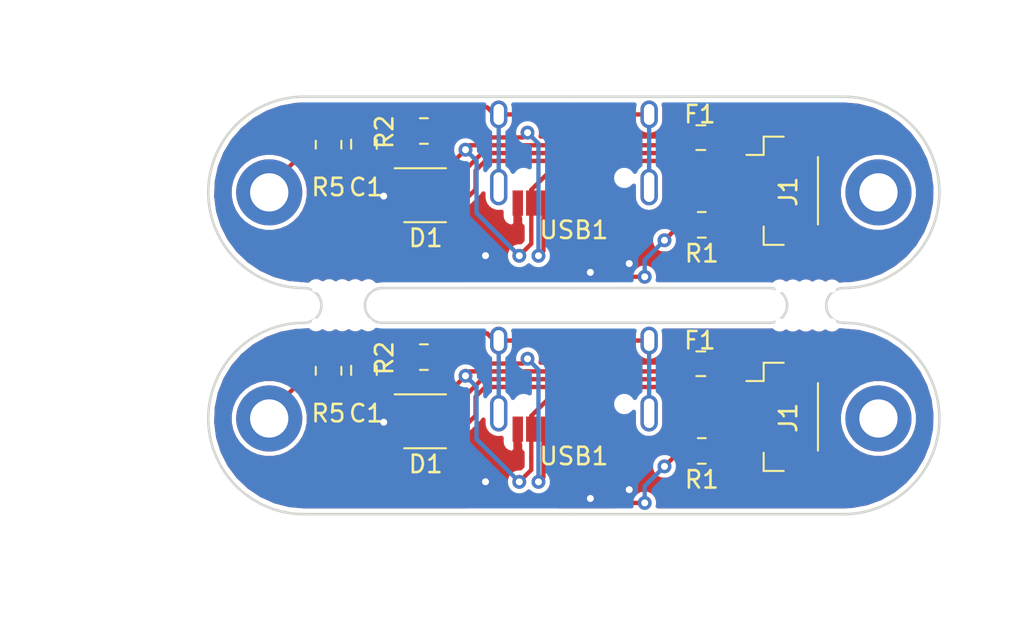
<source format=kicad_pcb>
(kicad_pcb (version 20171130) (host pcbnew 5.1.10-88a1d61d58~90~ubuntu20.04.1)

  (general
    (thickness 1.6)
    (drawings 17)
    (tracks 260)
    (zones 0)
    (modules 24)
    (nets 12)
  )

  (page A4)
  (layers
    (0 F.Cu signal)
    (31 B.Cu signal)
    (32 B.Adhes user)
    (33 F.Adhes user)
    (34 B.Paste user)
    (35 F.Paste user)
    (36 B.SilkS user)
    (37 F.SilkS user)
    (38 B.Mask user)
    (39 F.Mask user)
    (40 Dwgs.User user)
    (41 Cmts.User user)
    (42 Eco1.User user)
    (43 Eco2.User user)
    (44 Edge.Cuts user)
    (45 Margin user)
    (46 B.CrtYd user)
    (47 F.CrtYd user)
    (48 B.Fab user)
    (49 F.Fab user)
  )

  (setup
    (last_trace_width 0.25)
    (trace_clearance 0.2)
    (zone_clearance 0.254)
    (zone_45_only no)
    (trace_min 0.2)
    (via_size 0.8)
    (via_drill 0.4)
    (via_min_size 0.4)
    (via_min_drill 0.3)
    (uvia_size 0.3)
    (uvia_drill 0.1)
    (uvias_allowed no)
    (uvia_min_size 0.2)
    (uvia_min_drill 0.1)
    (edge_width 0.15)
    (segment_width 0.2)
    (pcb_text_width 0.3)
    (pcb_text_size 1.5 1.5)
    (mod_edge_width 0.12)
    (mod_text_size 1 1)
    (mod_text_width 0.15)
    (pad_size 1.025 1.4)
    (pad_drill 0)
    (pad_to_mask_clearance 0)
    (aux_axis_origin 0 0)
    (grid_origin 78.987 57.972)
    (visible_elements 7FFFFFFF)
    (pcbplotparams
      (layerselection 0x010fc_ffffffff)
      (usegerberextensions false)
      (usegerberattributes true)
      (usegerberadvancedattributes true)
      (creategerberjobfile true)
      (excludeedgelayer true)
      (linewidth 0.100000)
      (plotframeref false)
      (viasonmask false)
      (mode 1)
      (useauxorigin false)
      (hpglpennumber 1)
      (hpglpenspeed 20)
      (hpglpendiameter 15.000000)
      (psnegative false)
      (psa4output false)
      (plotreference true)
      (plotvalue true)
      (plotinvisibletext false)
      (padsonsilk false)
      (subtractmaskfromsilk false)
      (outputformat 1)
      (mirror false)
      (drillshape 0)
      (scaleselection 1)
      (outputdirectory "../production/panelized/gerbers/"))
  )

  (net 0 "")
  (net 1 Earth)
  (net 2 VCC)
  (net 3 +5V)
  (net 4 GND)
  (net 5 D+)
  (net 6 D-)
  (net 7 "Net-(R1-Pad2)")
  (net 8 "Net-(R2-Pad2)")
  (net 9 "Net-(USB1-Pad3)")
  (net 10 "Net-(USB1-Pad9)")
  (net 11 "Net-(H1-Pad1)")

  (net_class Default "This is the default net class."
    (clearance 0.2)
    (trace_width 0.25)
    (via_dia 0.8)
    (via_drill 0.4)
    (uvia_dia 0.3)
    (uvia_drill 0.1)
    (add_net +5V)
    (add_net D+)
    (add_net D-)
    (add_net Earth)
    (add_net GND)
    (add_net "Net-(H1-Pad1)")
    (add_net "Net-(R1-Pad2)")
    (add_net "Net-(R2-Pad2)")
    (add_net "Net-(USB1-Pad3)")
    (add_net "Net-(USB1-Pad9)")
    (add_net VCC)
  )

  (module mouse_bite:mouse_bites (layer F.Cu) (tedit 608CC7D4) (tstamp 61EB6D10)
    (at 92.312 71.022)
    (fp_text reference REF** (at 0 0.5) (layer Cmts.User)
      (effects (font (size 1 1) (thickness 0.15)))
    )
    (fp_text value mouse_bites (at 0 -0.5) (layer F.Fab)
      (effects (font (size 1 1) (thickness 0.15)))
    )
    (pad "" np_thru_hole circle (at 1.5 -0.05) (size 0.5 0.5) (drill 0.5) (layers *.Cu))
    (pad "" np_thru_hole circle (at -0.75 -0.05) (size 0.5 0.5) (drill 0.5) (layers *.Cu))
    (pad "" np_thru_hole circle (at -1.5 -0.05) (size 0.5 0.5) (drill 0.5) (layers *.Cu))
    (pad "" np_thru_hole circle (at 0.75 -0.05) (size 0.5 0.5) (drill 0.5) (layers *.Cu))
    (pad "" np_thru_hole circle (at 0 -0.05) (size 0.5 0.5) (drill 0.5) (layers *.Cu))
  )

  (module mouse_bite:mouse_bites (layer F.Cu) (tedit 608CC7D4) (tstamp 61EB6D07)
    (at 92.317 69.029)
    (fp_text reference REF** (at 0 0.5) (layer Cmts.User)
      (effects (font (size 1 1) (thickness 0.15)))
    )
    (fp_text value mouse_bites (at 0 -0.5) (layer F.Fab)
      (effects (font (size 1 1) (thickness 0.15)))
    )
    (pad "" np_thru_hole circle (at 1.5 -0.05) (size 0.5 0.5) (drill 0.5) (layers *.Cu))
    (pad "" np_thru_hole circle (at -0.75 -0.05) (size 0.5 0.5) (drill 0.5) (layers *.Cu))
    (pad "" np_thru_hole circle (at -1.5 -0.05) (size 0.5 0.5) (drill 0.5) (layers *.Cu))
    (pad "" np_thru_hole circle (at 0.75 -0.05) (size 0.5 0.5) (drill 0.5) (layers *.Cu))
    (pad "" np_thru_hole circle (at 0 -0.05) (size 0.5 0.5) (drill 0.5) (layers *.Cu))
  )

  (module mouse_bite:mouse_bites (layer F.Cu) (tedit 608CC7D4) (tstamp 61EB6CFC)
    (at 65.682 69.015)
    (fp_text reference REF** (at 0 0.5) (layer Cmts.User)
      (effects (font (size 1 1) (thickness 0.15)))
    )
    (fp_text value mouse_bites (at 0 -0.5) (layer F.Fab)
      (effects (font (size 1 1) (thickness 0.15)))
    )
    (pad "" np_thru_hole circle (at 1.5 -0.05) (size 0.5 0.5) (drill 0.5) (layers *.Cu))
    (pad "" np_thru_hole circle (at -0.75 -0.05) (size 0.5 0.5) (drill 0.5) (layers *.Cu))
    (pad "" np_thru_hole circle (at -1.5 -0.05) (size 0.5 0.5) (drill 0.5) (layers *.Cu))
    (pad "" np_thru_hole circle (at 0.75 -0.05) (size 0.5 0.5) (drill 0.5) (layers *.Cu))
    (pad "" np_thru_hole circle (at 0 -0.05) (size 0.5 0.5) (drill 0.5) (layers *.Cu))
  )

  (module mouse_bite:mouse_bites (layer F.Cu) (tedit 608CC7D4) (tstamp 61EB6CF4)
    (at 65.677 71.008)
    (fp_text reference REF** (at 0 0.5) (layer Cmts.User)
      (effects (font (size 1 1) (thickness 0.15)))
    )
    (fp_text value mouse_bites (at 0 -0.5) (layer F.Fab)
      (effects (font (size 1 1) (thickness 0.15)))
    )
    (pad "" np_thru_hole circle (at 0 -0.05) (size 0.5 0.5) (drill 0.5) (layers *.Cu))
    (pad "" np_thru_hole circle (at 0.75 -0.05) (size 0.5 0.5) (drill 0.5) (layers *.Cu))
    (pad "" np_thru_hole circle (at -1.5 -0.05) (size 0.5 0.5) (drill 0.5) (layers *.Cu))
    (pad "" np_thru_hole circle (at -0.75 -0.05) (size 0.5 0.5) (drill 0.5) (layers *.Cu))
    (pad "" np_thru_hole circle (at 1.5 -0.05) (size 0.5 0.5) (drill 0.5) (layers *.Cu))
  )

  (module Package_TO_SOT_SMD:SOT-143 (layer F.Cu) (tedit 5A02FF57) (tstamp 61EB6DD7)
    (at 70.442 76.635)
    (descr SOT-143)
    (tags SOT-143)
    (path /608A40F6)
    (attr smd)
    (fp_text reference D1 (at 0.036 2.465) (layer F.SilkS)
      (effects (font (size 1 1) (thickness 0.15)))
    )
    (fp_text value PRTR5V0U2X (at -0.28 2.48) (layer F.Fab)
      (effects (font (size 1 1) (thickness 0.15)))
    )
    (fp_line (start -2.05 1.75) (end -2.05 -1.75) (layer F.CrtYd) (width 0.05))
    (fp_line (start -2.05 1.75) (end 2.05 1.75) (layer F.CrtYd) (width 0.05))
    (fp_line (start 2.05 -1.75) (end -2.05 -1.75) (layer F.CrtYd) (width 0.05))
    (fp_line (start 2.05 -1.75) (end 2.05 1.75) (layer F.CrtYd) (width 0.05))
    (fp_line (start 1.2 -1.5) (end 1.2 1.5) (layer F.Fab) (width 0.1))
    (fp_line (start 1.2 1.5) (end -1.2 1.5) (layer F.Fab) (width 0.1))
    (fp_line (start -1.2 1.5) (end -1.2 -1) (layer F.Fab) (width 0.1))
    (fp_line (start -0.7 -1.5) (end 1.2 -1.5) (layer F.Fab) (width 0.1))
    (fp_line (start -1.2 -1) (end -0.7 -1.5) (layer F.Fab) (width 0.1))
    (fp_line (start 1.2 -1.55) (end -1.75 -1.55) (layer F.SilkS) (width 0.12))
    (fp_line (start -1.2 1.55) (end 1.2 1.55) (layer F.SilkS) (width 0.12))
    (fp_text user %R (at 0 0 90) (layer F.Fab)
      (effects (font (size 0.5 0.5) (thickness 0.075)))
    )
    (pad 1 smd rect (at -1.1 -0.77 270) (size 1.2 1.4) (layers F.Cu F.Paste F.Mask)
      (net 4 GND))
    (pad 2 smd rect (at -1.1 0.95 270) (size 1 1.4) (layers F.Cu F.Paste F.Mask))
    (pad 3 smd rect (at 1.1 0.95 270) (size 1 1.4) (layers F.Cu F.Paste F.Mask))
    (pad 4 smd rect (at 1.1 -0.95 270) (size 1 1.4) (layers F.Cu F.Paste F.Mask))
    (model ${KISYS3DMOD}/Package_TO_SOT_SMD.3dshapes/SOT-143.wrl
      (at (xyz 0 0 0))
      (scale (xyz 1 1 1))
      (rotate (xyz 0 0 0))
    )
  )

  (module Resistor_SMD:R_0805_2012Metric (layer F.Cu) (tedit 5F68FEEE) (tstamp 61EB6D9D)
    (at 70.3745 72.944)
    (descr "Resistor SMD 0805 (2012 Metric), square (rectangular) end terminal, IPC_7351 nominal, (Body size source: IPC-SM-782 page 72, https://www.pcb-3d.com/wordpress/wp-content/uploads/ipc-sm-782a_amendment_1_and_2.pdf), generated with kicad-footprint-generator")
    (tags resistor)
    (path /60883DD0)
    (attr smd)
    (fp_text reference R2 (at -2.2695 0.06 90) (layer F.SilkS)
      (effects (font (size 1 1) (thickness 0.15)))
    )
    (fp_text value 5.1k (at 0 1.65) (layer F.Fab)
      (effects (font (size 1 1) (thickness 0.15)))
    )
    (fp_line (start 1.68 0.95) (end -1.68 0.95) (layer F.CrtYd) (width 0.05))
    (fp_line (start 1.68 -0.95) (end 1.68 0.95) (layer F.CrtYd) (width 0.05))
    (fp_line (start -1.68 -0.95) (end 1.68 -0.95) (layer F.CrtYd) (width 0.05))
    (fp_line (start -1.68 0.95) (end -1.68 -0.95) (layer F.CrtYd) (width 0.05))
    (fp_line (start -0.227064 0.735) (end 0.227064 0.735) (layer F.SilkS) (width 0.12))
    (fp_line (start -0.227064 -0.735) (end 0.227064 -0.735) (layer F.SilkS) (width 0.12))
    (fp_line (start 1 0.625) (end -1 0.625) (layer F.Fab) (width 0.1))
    (fp_line (start 1 -0.625) (end 1 0.625) (layer F.Fab) (width 0.1))
    (fp_line (start -1 -0.625) (end 1 -0.625) (layer F.Fab) (width 0.1))
    (fp_line (start -1 0.625) (end -1 -0.625) (layer F.Fab) (width 0.1))
    (fp_text user %R (at 0 0) (layer F.Fab)
      (effects (font (size 0.5 0.5) (thickness 0.08)))
    )
    (pad 1 smd roundrect (at -0.9125 0) (size 1.025 1.4) (layers F.Cu F.Paste F.Mask) (roundrect_rratio 0.2439004878048781)
      (net 4 GND))
    (pad 2 smd roundrect (at 0.9125 0) (size 1.025 1.4) (layers F.Cu F.Paste F.Mask) (roundrect_rratio 0.2439004878048781))
    (model ${KISYS3DMOD}/Resistor_SMD.3dshapes/R_0805_2012Metric.wrl
      (at (xyz 0 0 0))
      (scale (xyz 1 1 1))
      (rotate (xyz 0 0 0))
    )
  )

  (module Resistor_SMD:R_0805_2012Metric (layer F.Cu) (tedit 5F68FEEE) (tstamp 61EB6D78)
    (at 86.3365 78.338 180)
    (descr "Resistor SMD 0805 (2012 Metric), square (rectangular) end terminal, IPC_7351 nominal, (Body size source: IPC-SM-782 page 72, https://www.pcb-3d.com/wordpress/wp-content/uploads/ipc-sm-782a_amendment_1_and_2.pdf), generated with kicad-footprint-generator")
    (tags resistor)
    (path /60883B60)
    (attr smd)
    (fp_text reference R1 (at 0 -1.65) (layer F.SilkS)
      (effects (font (size 1 1) (thickness 0.15)))
    )
    (fp_text value 5.1k (at 0 1.65) (layer F.Fab)
      (effects (font (size 1 1) (thickness 0.15)))
    )
    (fp_line (start 1.68 0.95) (end -1.68 0.95) (layer F.CrtYd) (width 0.05))
    (fp_line (start 1.68 -0.95) (end 1.68 0.95) (layer F.CrtYd) (width 0.05))
    (fp_line (start -1.68 -0.95) (end 1.68 -0.95) (layer F.CrtYd) (width 0.05))
    (fp_line (start -1.68 0.95) (end -1.68 -0.95) (layer F.CrtYd) (width 0.05))
    (fp_line (start -0.227064 0.735) (end 0.227064 0.735) (layer F.SilkS) (width 0.12))
    (fp_line (start -0.227064 -0.735) (end 0.227064 -0.735) (layer F.SilkS) (width 0.12))
    (fp_line (start 1 0.625) (end -1 0.625) (layer F.Fab) (width 0.1))
    (fp_line (start 1 -0.625) (end 1 0.625) (layer F.Fab) (width 0.1))
    (fp_line (start -1 -0.625) (end 1 -0.625) (layer F.Fab) (width 0.1))
    (fp_line (start -1 0.625) (end -1 -0.625) (layer F.Fab) (width 0.1))
    (fp_text user %R (at 0 0) (layer F.Fab)
      (effects (font (size 0.5 0.5) (thickness 0.08)))
    )
    (pad 1 smd roundrect (at -0.9125 0 180) (size 1.025 1.4) (layers F.Cu F.Paste F.Mask) (roundrect_rratio 0.2439004878048781)
      (net 4 GND))
    (pad 2 smd roundrect (at 0.9125 0 180) (size 1.025 1.4) (layers F.Cu F.Paste F.Mask) (roundrect_rratio 0.2439004878048781))
    (model ${KISYS3DMOD}/Resistor_SMD.3dshapes/R_0805_2012Metric.wrl
      (at (xyz 0 0 0))
      (scale (xyz 1 1 1))
      (rotate (xyz 0 0 0))
    )
  )

  (module Fuse:Fuse_0805_2012Metric (layer F.Cu) (tedit 5F68FEF1) (tstamp 61EB6D3A)
    (at 86.2815 73.325 180)
    (descr "Fuse SMD 0805 (2012 Metric), square (rectangular) end terminal, IPC_7351 nominal, (Body size source: https://docs.google.com/spreadsheets/d/1BsfQQcO9C6DZCsRaXUlFlo91Tg2WpOkGARC1WS5S8t0/edit?usp=sharing), generated with kicad-footprint-generator")
    (tags fuse)
    (path /60889B2F)
    (attr smd)
    (fp_text reference F1 (at 0.0555 1.337) (layer F.SilkS)
      (effects (font (size 1 1) (thickness 0.15)))
    )
    (fp_text value 500mA (at 0 1.65) (layer F.Fab)
      (effects (font (size 1 1) (thickness 0.15)))
    )
    (fp_line (start 1.68 0.95) (end -1.68 0.95) (layer F.CrtYd) (width 0.05))
    (fp_line (start 1.68 -0.95) (end 1.68 0.95) (layer F.CrtYd) (width 0.05))
    (fp_line (start -1.68 -0.95) (end 1.68 -0.95) (layer F.CrtYd) (width 0.05))
    (fp_line (start -1.68 0.95) (end -1.68 -0.95) (layer F.CrtYd) (width 0.05))
    (fp_line (start -0.258578 0.71) (end 0.258578 0.71) (layer F.SilkS) (width 0.12))
    (fp_line (start -0.258578 -0.71) (end 0.258578 -0.71) (layer F.SilkS) (width 0.12))
    (fp_line (start 1 0.6) (end -1 0.6) (layer F.Fab) (width 0.1))
    (fp_line (start 1 -0.6) (end 1 0.6) (layer F.Fab) (width 0.1))
    (fp_line (start -1 -0.6) (end 1 -0.6) (layer F.Fab) (width 0.1))
    (fp_line (start -1 0.6) (end -1 -0.6) (layer F.Fab) (width 0.1))
    (fp_text user %R (at 0 0) (layer F.Fab)
      (effects (font (size 0.5 0.5) (thickness 0.08)))
    )
    (pad 1 smd roundrect (at -0.9375 0 180) (size 0.975 1.4) (layers F.Cu F.Paste F.Mask) (roundrect_rratio 0.25))
    (pad 2 smd roundrect (at 0.9375 0 180) (size 0.975 1.4) (layers F.Cu F.Paste F.Mask) (roundrect_rratio 0.25))
    (model ${KISYS3DMOD}/Fuse.3dshapes/Fuse_0805_2012Metric.wrl
      (at (xyz 0 0 0))
      (scale (xyz 1 1 1))
      (rotate (xyz 0 0 0))
    )
  )

  (module Capacitor_SMD:C_0805_2012Metric (layer F.Cu) (tedit 5F68FEEE) (tstamp 61EB6D11)
    (at 66.929 73.706 270)
    (descr "Capacitor SMD 0805 (2012 Metric), square (rectangular) end terminal, IPC_7351 nominal, (Body size source: IPC-SM-782 page 76, https://www.pcb-3d.com/wordpress/wp-content/uploads/ipc-sm-782a_amendment_1_and_2.pdf, https://docs.google.com/spreadsheets/d/1BsfQQcO9C6DZCsRaXUlFlo91Tg2WpOkGARC1WS5S8t0/edit?usp=sharing), generated with kicad-footprint-generator")
    (tags capacitor)
    (path /608743C9)
    (attr smd)
    (fp_text reference C1 (at 2.473 -0.12 180) (layer F.SilkS)
      (effects (font (size 1 1) (thickness 0.15)))
    )
    (fp_text value 4.7n (at 0 1.68 90) (layer F.Fab)
      (effects (font (size 1 1) (thickness 0.15)))
    )
    (fp_line (start 1.7 0.98) (end -1.7 0.98) (layer F.CrtYd) (width 0.05))
    (fp_line (start 1.7 -0.98) (end 1.7 0.98) (layer F.CrtYd) (width 0.05))
    (fp_line (start -1.7 -0.98) (end 1.7 -0.98) (layer F.CrtYd) (width 0.05))
    (fp_line (start -1.7 0.98) (end -1.7 -0.98) (layer F.CrtYd) (width 0.05))
    (fp_line (start -0.261252 0.735) (end 0.261252 0.735) (layer F.SilkS) (width 0.12))
    (fp_line (start -0.261252 -0.735) (end 0.261252 -0.735) (layer F.SilkS) (width 0.12))
    (fp_line (start 1 0.625) (end -1 0.625) (layer F.Fab) (width 0.1))
    (fp_line (start 1 -0.625) (end 1 0.625) (layer F.Fab) (width 0.1))
    (fp_line (start -1 -0.625) (end 1 -0.625) (layer F.Fab) (width 0.1))
    (fp_line (start -1 0.625) (end -1 -0.625) (layer F.Fab) (width 0.1))
    (fp_text user %R (at 0 0 90) (layer F.Fab)
      (effects (font (size 0.5 0.5) (thickness 0.08)))
    )
    (pad 1 smd roundrect (at -0.95 0 270) (size 1 1.45) (layers F.Cu F.Paste F.Mask) (roundrect_rratio 0.25))
    (pad 2 smd roundrect (at 0.95 0 270) (size 1 1.45) (layers F.Cu F.Paste F.Mask) (roundrect_rratio 0.25)
      (net 4 GND))
    (model ${KISYS3DMOD}/Capacitor_SMD.3dshapes/C_0805_2012Metric.wrl
      (at (xyz 0 0 0))
      (scale (xyz 1 1 1))
      (rotate (xyz 0 0 0))
    )
  )

  (module Connector_JST:JST_SH_BM04B-SRSS-TB_1x04-1MP_P1.00mm_Vertical (layer F.Cu) (tedit 5B78AD87) (tstamp 61EB6CE7)
    (at 91.002 76.379 270)
    (descr "JST SH series connector, BM04B-SRSS-TB (http://www.jst-mfg.com/product/pdf/eng/eSH.pdf), generated with kicad-footprint-generator")
    (tags "connector JST SH side entry")
    (path /6089C9F1)
    (attr smd)
    (fp_text reference J1 (at 0.054 -0.304 90) (layer F.SilkS)
      (effects (font (size 1 1) (thickness 0.15)))
    )
    (fp_text value Conn_01x04 (at 0 3.3 90) (layer F.Fab)
      (effects (font (size 1 1) (thickness 0.15)))
    )
    (fp_line (start -1.5 0.292893) (end -1 1) (layer F.Fab) (width 0.1))
    (fp_line (start -2 1) (end -1.5 0.292893) (layer F.Fab) (width 0.1))
    (fp_line (start 3.9 -2.6) (end -3.9 -2.6) (layer F.CrtYd) (width 0.05))
    (fp_line (start 3.9 2.6) (end 3.9 -2.6) (layer F.CrtYd) (width 0.05))
    (fp_line (start -3.9 2.6) (end 3.9 2.6) (layer F.CrtYd) (width 0.05))
    (fp_line (start -3.9 -2.6) (end -3.9 2.6) (layer F.CrtYd) (width 0.05))
    (fp_line (start 1.65 -1.55) (end 1.35 -1.55) (layer F.Fab) (width 0.1))
    (fp_line (start 1.65 -0.95) (end 1.65 -1.55) (layer F.Fab) (width 0.1))
    (fp_line (start 1.35 -0.95) (end 1.65 -0.95) (layer F.Fab) (width 0.1))
    (fp_line (start 1.35 -1.55) (end 1.35 -0.95) (layer F.Fab) (width 0.1))
    (fp_line (start 0.65 -1.55) (end 0.35 -1.55) (layer F.Fab) (width 0.1))
    (fp_line (start 0.65 -0.95) (end 0.65 -1.55) (layer F.Fab) (width 0.1))
    (fp_line (start 0.35 -0.95) (end 0.65 -0.95) (layer F.Fab) (width 0.1))
    (fp_line (start 0.35 -1.55) (end 0.35 -0.95) (layer F.Fab) (width 0.1))
    (fp_line (start -0.35 -1.55) (end -0.65 -1.55) (layer F.Fab) (width 0.1))
    (fp_line (start -0.35 -0.95) (end -0.35 -1.55) (layer F.Fab) (width 0.1))
    (fp_line (start -0.65 -0.95) (end -0.35 -0.95) (layer F.Fab) (width 0.1))
    (fp_line (start -0.65 -1.55) (end -0.65 -0.95) (layer F.Fab) (width 0.1))
    (fp_line (start -1.35 -1.55) (end -1.65 -1.55) (layer F.Fab) (width 0.1))
    (fp_line (start -1.35 -0.95) (end -1.35 -1.55) (layer F.Fab) (width 0.1))
    (fp_line (start -1.65 -0.95) (end -1.35 -0.95) (layer F.Fab) (width 0.1))
    (fp_line (start -1.65 -1.55) (end -1.65 -0.95) (layer F.Fab) (width 0.1))
    (fp_line (start 3 1) (end 3 -1.9) (layer F.Fab) (width 0.1))
    (fp_line (start -3 1) (end -3 -1.9) (layer F.Fab) (width 0.1))
    (fp_line (start -3 -1.9) (end 3 -1.9) (layer F.Fab) (width 0.1))
    (fp_line (start -1.94 -2.01) (end 1.94 -2.01) (layer F.SilkS) (width 0.12))
    (fp_line (start 3.11 1.11) (end 2.06 1.11) (layer F.SilkS) (width 0.12))
    (fp_line (start 3.11 -0.04) (end 3.11 1.11) (layer F.SilkS) (width 0.12))
    (fp_line (start -2.06 1.11) (end -2.06 2.1) (layer F.SilkS) (width 0.12))
    (fp_line (start -3.11 1.11) (end -2.06 1.11) (layer F.SilkS) (width 0.12))
    (fp_line (start -3.11 -0.04) (end -3.11 1.11) (layer F.SilkS) (width 0.12))
    (fp_line (start -3 1) (end 3 1) (layer F.Fab) (width 0.1))
    (fp_text user %R (at 0 -0.25 90) (layer F.Fab)
      (effects (font (size 1 1) (thickness 0.15)))
    )
    (pad 1 smd roundrect (at -1.5 1.325 270) (size 0.6 1.55) (layers F.Cu F.Paste F.Mask) (roundrect_rratio 0.25))
    (pad 2 smd roundrect (at -0.5 1.325 270) (size 0.6 1.55) (layers F.Cu F.Paste F.Mask) (roundrect_rratio 0.25))
    (pad 3 smd roundrect (at 0.5 1.325 270) (size 0.6 1.55) (layers F.Cu F.Paste F.Mask) (roundrect_rratio 0.25))
    (pad 4 smd roundrect (at 1.5 1.325 270) (size 0.6 1.55) (layers F.Cu F.Paste F.Mask) (roundrect_rratio 0.25)
      (net 4 GND))
    (pad MP smd roundrect (at -2.8 -1.2 270) (size 1.2 1.8) (layers F.Cu F.Paste F.Mask) (roundrect_rratio 0.2083325))
    (pad MP smd roundrect (at 2.8 -1.2 270) (size 1.2 1.8) (layers F.Cu F.Paste F.Mask) (roundrect_rratio 0.2083325))
    (model ${KIPRJMOD}/jst/JST_-_BM04B-SRSS-TBLFSN.step
      (offset (xyz 0 0.5 0))
      (scale (xyz 1 1 1))
      (rotate (xyz 0 0 0))
    )
  )

  (module MountingHole:MountingHole_2.2mm_M2_DIN965_Pad (layer F.Cu) (tedit 56D1B4CB) (tstamp 61EB6CE0)
    (at 61.487 76.472)
    (descr "Mounting Hole 2.2mm, M2, DIN965")
    (tags "mounting hole 2.2mm m2 din965")
    (path /609395BB)
    (attr virtual)
    (fp_text reference H2 (at 0 -2.9) (layer Cmts.User)
      (effects (font (size 1 1) (thickness 0.15)))
    )
    (fp_text value MountingHole_Pad (at 0 2.9) (layer F.Fab)
      (effects (font (size 1 1) (thickness 0.15)))
    )
    (fp_circle (center 0 0) (end 2.15 0) (layer F.CrtYd) (width 0.05))
    (fp_circle (center 0 0) (end 1.9 0) (layer Cmts.User) (width 0.15))
    (fp_text user %R (at 0.3 0) (layer F.Fab)
      (effects (font (size 1 1) (thickness 0.15)))
    )
    (pad 1 thru_hole circle (at 0 0) (size 3.8 3.8) (drill 2.2) (layers *.Cu *.Mask))
  )

  (module Type-C:HRO-TYPE-C-31-M-12-Assembly (layer F.Cu) (tedit 5C42C666) (tstamp 61EB6CBE)
    (at 78.992 69.3915 180)
    (path /608E1765)
    (attr smd)
    (fp_text reference USB1 (at 0 -9.25) (layer F.SilkS)
      (effects (font (size 1 1) (thickness 0.15)))
    )
    (fp_text value HRO-TYPE-C-31-M-12 (at 0 1.15) (layer Dwgs.User)
      (effects (font (size 1 1) (thickness 0.15)))
    )
    (fp_line (start 3.75 -8.5) (end 3.75 -7.5) (layer F.CrtYd) (width 0.15))
    (fp_line (start -3.75 -8.5) (end 3.75 -8.5) (layer F.CrtYd) (width 0.15))
    (fp_line (start -3.75 -7.5) (end -3.75 -8.5) (layer F.CrtYd) (width 0.15))
    (fp_line (start -4.5 0) (end -4.5 -7.5) (layer F.CrtYd) (width 0.15))
    (fp_line (start 4.5 0) (end -4.5 0) (layer F.CrtYd) (width 0.15))
    (fp_line (start 4.5 -7.5) (end 4.5 0) (layer F.CrtYd) (width 0.15))
    (fp_line (start 3.75 -7.5) (end 4.5 -7.5) (layer F.CrtYd) (width 0.15))
    (fp_line (start -4.5 -7.5) (end -3.75 -7.5) (layer F.CrtYd) (width 0.15))
    (fp_line (start -4.47 0) (end 4.47 0) (layer Dwgs.User) (width 0.15))
    (fp_line (start -4.47 0) (end -4.47 -7.3) (layer Dwgs.User) (width 0.15))
    (fp_line (start 4.47 0) (end 4.47 -7.3) (layer Dwgs.User) (width 0.15))
    (fp_line (start -4.47 -7.3) (end 4.47 -7.3) (layer Dwgs.User) (width 0.15))
    (fp_text user %R (at 0 -9.25) (layer F.Fab)
      (effects (font (size 1 1) (thickness 0.15)))
    )
    (pad 13 thru_hole oval (at 4.32 -2.6 180) (size 1 1.6) (drill oval 0.6 1.2) (layers *.Cu *.Mask))
    (pad 13 thru_hole oval (at -4.32 -2.6 180) (size 1 1.6) (drill oval 0.6 1.2) (layers *.Cu *.Mask))
    (pad 13 thru_hole oval (at 4.32 -6.78 180) (size 1 2.1) (drill oval 0.6 1.7) (layers *.Cu *.Mask))
    (pad 13 thru_hole oval (at -4.32 -6.78 180) (size 1 2.1) (drill oval 0.6 1.7) (layers *.Cu *.Mask))
    (pad "" np_thru_hole circle (at -2.89 -6.25 180) (size 0.65 0.65) (drill 0.65) (layers *.Cu *.Mask))
    (pad "" np_thru_hole circle (at 2.89 -6.25 180) (size 0.65 0.65) (drill 0.65) (layers *.Cu *.Mask))
    (pad 6 smd rect (at -0.25 -7.695 180) (size 0.3 1.45) (layers F.Cu F.Paste F.Mask))
    (pad 7 smd rect (at 0.25 -7.695 180) (size 0.3 1.45) (layers F.Cu F.Paste F.Mask))
    (pad 8 smd rect (at 0.75 -7.695 180) (size 0.3 1.45) (layers F.Cu F.Paste F.Mask))
    (pad 5 smd rect (at -0.75 -7.695 180) (size 0.3 1.45) (layers F.Cu F.Paste F.Mask))
    (pad 9 smd rect (at 1.25 -7.695 180) (size 0.3 1.45) (layers F.Cu F.Paste F.Mask))
    (pad 4 smd rect (at -1.25 -7.695 180) (size 0.3 1.45) (layers F.Cu F.Paste F.Mask))
    (pad 10 smd rect (at 1.75 -7.695 180) (size 0.3 1.45) (layers F.Cu F.Paste F.Mask))
    (pad 3 smd rect (at -1.75 -7.695 180) (size 0.3 1.45) (layers F.Cu F.Paste F.Mask))
    (pad 2 smd rect (at -2.45 -7.695 180) (size 0.6 1.45) (layers F.Cu F.Paste F.Mask))
    (pad 11 smd rect (at 2.45 -7.695 180) (size 0.6 1.45) (layers F.Cu F.Paste F.Mask))
    (pad 1 smd rect (at -3.225 -7.695 180) (size 0.6 1.45) (layers F.Cu F.Paste F.Mask)
      (net 4 GND))
    (pad 12 smd rect (at 3.225 -7.695 180) (size 0.6 1.45) (layers F.Cu F.Paste F.Mask)
      (net 4 GND))
    (model "${KIPRJMOD}/Type-C.pretty/HRO  TYPE-C-31-M-12.step"
      (offset (xyz -4.5 0 0))
      (scale (xyz 1 1 1))
      (rotate (xyz -90 0 0))
    )
  )

  (module MountingHole:MountingHole_2.2mm_M2_DIN965_Pad (layer F.Cu) (tedit 56D1B4CB) (tstamp 61EB6CB7)
    (at 96.487 76.472)
    (descr "Mounting Hole 2.2mm, M2, DIN965")
    (tags "mounting hole 2.2mm m2 din965")
    (path /609382DF)
    (attr virtual)
    (fp_text reference H1 (at 0 -2.9) (layer Cmts.User)
      (effects (font (size 1 1) (thickness 0.15)))
    )
    (fp_text value MountingHole_Pad (at 0 2.9) (layer F.Fab)
      (effects (font (size 1 1) (thickness 0.15)))
    )
    (fp_circle (center 0 0) (end 2.15 0) (layer F.CrtYd) (width 0.05))
    (fp_circle (center 0 0) (end 1.9 0) (layer Cmts.User) (width 0.15))
    (fp_text user %R (at 0.3 0) (layer F.Fab)
      (effects (font (size 1 1) (thickness 0.15)))
    )
    (pad 1 thru_hole circle (at 0 0) (size 3.8 3.8) (drill 2.2) (layers *.Cu *.Mask))
  )

  (module Resistor_SMD:R_0805_2012Metric (layer F.Cu) (tedit 5F68FEEE) (tstamp 61EB6CA7)
    (at 64.897 73.7295 270)
    (descr "Resistor SMD 0805 (2012 Metric), square (rectangular) end terminal, IPC_7351 nominal, (Body size source: IPC-SM-782 page 72, https://www.pcb-3d.com/wordpress/wp-content/uploads/ipc-sm-782a_amendment_1_and_2.pdf), generated with kicad-footprint-generator")
    (tags resistor)
    (path /60873B45)
    (attr smd)
    (fp_text reference R5 (at 2.4495 0.007 180) (layer F.SilkS)
      (effects (font (size 1 1) (thickness 0.15)))
    )
    (fp_text value 1M (at 0 1.65 90) (layer F.Fab)
      (effects (font (size 1 1) (thickness 0.15)))
    )
    (fp_line (start 1.68 0.95) (end -1.68 0.95) (layer F.CrtYd) (width 0.05))
    (fp_line (start 1.68 -0.95) (end 1.68 0.95) (layer F.CrtYd) (width 0.05))
    (fp_line (start -1.68 -0.95) (end 1.68 -0.95) (layer F.CrtYd) (width 0.05))
    (fp_line (start -1.68 0.95) (end -1.68 -0.95) (layer F.CrtYd) (width 0.05))
    (fp_line (start -0.227064 0.735) (end 0.227064 0.735) (layer F.SilkS) (width 0.12))
    (fp_line (start -0.227064 -0.735) (end 0.227064 -0.735) (layer F.SilkS) (width 0.12))
    (fp_line (start 1 0.625) (end -1 0.625) (layer F.Fab) (width 0.1))
    (fp_line (start 1 -0.625) (end 1 0.625) (layer F.Fab) (width 0.1))
    (fp_line (start -1 -0.625) (end 1 -0.625) (layer F.Fab) (width 0.1))
    (fp_line (start -1 0.625) (end -1 -0.625) (layer F.Fab) (width 0.1))
    (fp_text user %R (at 0 0 90) (layer F.Fab)
      (effects (font (size 0.5 0.5) (thickness 0.08)))
    )
    (pad 1 smd roundrect (at -0.9125 0 270) (size 1.025 1.4) (layers F.Cu F.Paste F.Mask) (roundrect_rratio 0.2439004878048781))
    (pad 2 smd roundrect (at 0.9125 0 270) (size 1.025 1.4) (layers F.Cu F.Paste F.Mask) (roundrect_rratio 0.2439004878048781))
    (model ${KISYS3DMOD}/Resistor_SMD.3dshapes/R_0805_2012Metric.wrl
      (at (xyz 0 0 0))
      (scale (xyz 1 1 1))
      (rotate (xyz 0 0 0))
    )
  )

  (module Resistor_SMD:R_0805_2012Metric (layer F.Cu) (tedit 5F68FEEE) (tstamp 61EB6CA4)
    (at 70.3745 59.944)
    (descr "Resistor SMD 0805 (2012 Metric), square (rectangular) end terminal, IPC_7351 nominal, (Body size source: IPC-SM-782 page 72, https://www.pcb-3d.com/wordpress/wp-content/uploads/ipc-sm-782a_amendment_1_and_2.pdf), generated with kicad-footprint-generator")
    (tags resistor)
    (path /60883DD0)
    (attr smd)
    (fp_text reference R2 (at -2.2695 0.06 90) (layer F.SilkS)
      (effects (font (size 1 1) (thickness 0.15)))
    )
    (fp_text value 5.1k (at 0 1.65) (layer F.Fab)
      (effects (font (size 1 1) (thickness 0.15)))
    )
    (fp_line (start 1.68 0.95) (end -1.68 0.95) (layer F.CrtYd) (width 0.05))
    (fp_line (start 1.68 -0.95) (end 1.68 0.95) (layer F.CrtYd) (width 0.05))
    (fp_line (start -1.68 -0.95) (end 1.68 -0.95) (layer F.CrtYd) (width 0.05))
    (fp_line (start -1.68 0.95) (end -1.68 -0.95) (layer F.CrtYd) (width 0.05))
    (fp_line (start -0.227064 0.735) (end 0.227064 0.735) (layer F.SilkS) (width 0.12))
    (fp_line (start -0.227064 -0.735) (end 0.227064 -0.735) (layer F.SilkS) (width 0.12))
    (fp_line (start 1 0.625) (end -1 0.625) (layer F.Fab) (width 0.1))
    (fp_line (start 1 -0.625) (end 1 0.625) (layer F.Fab) (width 0.1))
    (fp_line (start -1 -0.625) (end 1 -0.625) (layer F.Fab) (width 0.1))
    (fp_line (start -1 0.625) (end -1 -0.625) (layer F.Fab) (width 0.1))
    (fp_text user %R (at 0 0) (layer F.Fab)
      (effects (font (size 0.5 0.5) (thickness 0.08)))
    )
    (pad 2 smd roundrect (at 0.9125 0) (size 1.025 1.4) (layers F.Cu F.Paste F.Mask) (roundrect_rratio 0.2439004878048781)
      (net 8 "Net-(R2-Pad2)"))
    (pad 1 smd roundrect (at -0.9125 0) (size 1.025 1.4) (layers F.Cu F.Paste F.Mask) (roundrect_rratio 0.2439004878048781)
      (net 4 GND))
    (model ${KISYS3DMOD}/Resistor_SMD.3dshapes/R_0805_2012Metric.wrl
      (at (xyz 0 0 0))
      (scale (xyz 1 1 1))
      (rotate (xyz 0 0 0))
    )
  )

  (module MountingHole:MountingHole_2.2mm_M2_DIN965_Pad (layer F.Cu) (tedit 56D1B4CB) (tstamp 6087AB7B)
    (at 61.487 63.472)
    (descr "Mounting Hole 2.2mm, M2, DIN965")
    (tags "mounting hole 2.2mm m2 din965")
    (path /609395BB)
    (attr virtual)
    (fp_text reference H2 (at 0 -2.9) (layer Cmts.User)
      (effects (font (size 1 1) (thickness 0.15)))
    )
    (fp_text value MountingHole_Pad (at 0 2.9) (layer F.Fab)
      (effects (font (size 1 1) (thickness 0.15)))
    )
    (fp_circle (center 0 0) (end 2.15 0) (layer F.CrtYd) (width 0.05))
    (fp_circle (center 0 0) (end 1.9 0) (layer Cmts.User) (width 0.15))
    (fp_text user %R (at 0.3 0) (layer F.Fab)
      (effects (font (size 1 1) (thickness 0.15)))
    )
    (pad 1 thru_hole circle (at 0 0) (size 3.8 3.8) (drill 2.2) (layers *.Cu *.Mask)
      (net 1 Earth))
  )

  (module MountingHole:MountingHole_2.2mm_M2_DIN965_Pad locked (layer F.Cu) (tedit 56D1B4CB) (tstamp 6087AC21)
    (at 96.487 63.472)
    (descr "Mounting Hole 2.2mm, M2, DIN965")
    (tags "mounting hole 2.2mm m2 din965")
    (path /609382DF)
    (attr virtual)
    (fp_text reference H1 (at 0 -2.9) (layer Cmts.User)
      (effects (font (size 1 1) (thickness 0.15)))
    )
    (fp_text value MountingHole_Pad (at 0 2.9) (layer F.Fab)
      (effects (font (size 1 1) (thickness 0.15)))
    )
    (fp_circle (center 0 0) (end 2.15 0) (layer F.CrtYd) (width 0.05))
    (fp_circle (center 0 0) (end 1.9 0) (layer Cmts.User) (width 0.15))
    (fp_text user %R (at 0.3 0) (layer F.Fab)
      (effects (font (size 1 1) (thickness 0.15)))
    )
    (pad 1 thru_hole circle (at 0 0) (size 3.8 3.8) (drill 2.2) (layers *.Cu *.Mask)
      (net 11 "Net-(H1-Pad1)"))
  )

  (module Connector_JST:JST_SH_BM04B-SRSS-TB_1x04-1MP_P1.00mm_Vertical (layer F.Cu) (tedit 5B78AD87) (tstamp 60879616)
    (at 91.002 63.379 270)
    (descr "JST SH series connector, BM04B-SRSS-TB (http://www.jst-mfg.com/product/pdf/eng/eSH.pdf), generated with kicad-footprint-generator")
    (tags "connector JST SH side entry")
    (path /6089C9F1)
    (attr smd)
    (fp_text reference J1 (at 0.054 -0.304 90) (layer F.SilkS)
      (effects (font (size 1 1) (thickness 0.15)))
    )
    (fp_text value Conn_01x04 (at 0 3.3 90) (layer F.Fab)
      (effects (font (size 1 1) (thickness 0.15)))
    )
    (fp_line (start -1.5 0.292893) (end -1 1) (layer F.Fab) (width 0.1))
    (fp_line (start -2 1) (end -1.5 0.292893) (layer F.Fab) (width 0.1))
    (fp_line (start 3.9 -2.6) (end -3.9 -2.6) (layer F.CrtYd) (width 0.05))
    (fp_line (start 3.9 2.6) (end 3.9 -2.6) (layer F.CrtYd) (width 0.05))
    (fp_line (start -3.9 2.6) (end 3.9 2.6) (layer F.CrtYd) (width 0.05))
    (fp_line (start -3.9 -2.6) (end -3.9 2.6) (layer F.CrtYd) (width 0.05))
    (fp_line (start 1.65 -1.55) (end 1.35 -1.55) (layer F.Fab) (width 0.1))
    (fp_line (start 1.65 -0.95) (end 1.65 -1.55) (layer F.Fab) (width 0.1))
    (fp_line (start 1.35 -0.95) (end 1.65 -0.95) (layer F.Fab) (width 0.1))
    (fp_line (start 1.35 -1.55) (end 1.35 -0.95) (layer F.Fab) (width 0.1))
    (fp_line (start 0.65 -1.55) (end 0.35 -1.55) (layer F.Fab) (width 0.1))
    (fp_line (start 0.65 -0.95) (end 0.65 -1.55) (layer F.Fab) (width 0.1))
    (fp_line (start 0.35 -0.95) (end 0.65 -0.95) (layer F.Fab) (width 0.1))
    (fp_line (start 0.35 -1.55) (end 0.35 -0.95) (layer F.Fab) (width 0.1))
    (fp_line (start -0.35 -1.55) (end -0.65 -1.55) (layer F.Fab) (width 0.1))
    (fp_line (start -0.35 -0.95) (end -0.35 -1.55) (layer F.Fab) (width 0.1))
    (fp_line (start -0.65 -0.95) (end -0.35 -0.95) (layer F.Fab) (width 0.1))
    (fp_line (start -0.65 -1.55) (end -0.65 -0.95) (layer F.Fab) (width 0.1))
    (fp_line (start -1.35 -1.55) (end -1.65 -1.55) (layer F.Fab) (width 0.1))
    (fp_line (start -1.35 -0.95) (end -1.35 -1.55) (layer F.Fab) (width 0.1))
    (fp_line (start -1.65 -0.95) (end -1.35 -0.95) (layer F.Fab) (width 0.1))
    (fp_line (start -1.65 -1.55) (end -1.65 -0.95) (layer F.Fab) (width 0.1))
    (fp_line (start 3 1) (end 3 -1.9) (layer F.Fab) (width 0.1))
    (fp_line (start -3 1) (end -3 -1.9) (layer F.Fab) (width 0.1))
    (fp_line (start -3 -1.9) (end 3 -1.9) (layer F.Fab) (width 0.1))
    (fp_line (start -1.94 -2.01) (end 1.94 -2.01) (layer F.SilkS) (width 0.12))
    (fp_line (start 3.11 1.11) (end 2.06 1.11) (layer F.SilkS) (width 0.12))
    (fp_line (start 3.11 -0.04) (end 3.11 1.11) (layer F.SilkS) (width 0.12))
    (fp_line (start -2.06 1.11) (end -2.06 2.1) (layer F.SilkS) (width 0.12))
    (fp_line (start -3.11 1.11) (end -2.06 1.11) (layer F.SilkS) (width 0.12))
    (fp_line (start -3.11 -0.04) (end -3.11 1.11) (layer F.SilkS) (width 0.12))
    (fp_line (start -3 1) (end 3 1) (layer F.Fab) (width 0.1))
    (fp_text user %R (at 0 -0.25 90) (layer F.Fab)
      (effects (font (size 1 1) (thickness 0.15)))
    )
    (pad MP smd roundrect (at 2.8 -1.2 270) (size 1.2 1.8) (layers F.Cu F.Paste F.Mask) (roundrect_rratio 0.2083325))
    (pad MP smd roundrect (at -2.8 -1.2 270) (size 1.2 1.8) (layers F.Cu F.Paste F.Mask) (roundrect_rratio 0.2083325))
    (pad 4 smd roundrect (at 1.5 1.325 270) (size 0.6 1.55) (layers F.Cu F.Paste F.Mask) (roundrect_rratio 0.25)
      (net 4 GND))
    (pad 3 smd roundrect (at 0.5 1.325 270) (size 0.6 1.55) (layers F.Cu F.Paste F.Mask) (roundrect_rratio 0.25)
      (net 5 D+))
    (pad 2 smd roundrect (at -0.5 1.325 270) (size 0.6 1.55) (layers F.Cu F.Paste F.Mask) (roundrect_rratio 0.25)
      (net 6 D-))
    (pad 1 smd roundrect (at -1.5 1.325 270) (size 0.6 1.55) (layers F.Cu F.Paste F.Mask) (roundrect_rratio 0.25)
      (net 3 +5V))
    (model ${KIPRJMOD}/jst/JST_-_BM04B-SRSS-TBLFSN.step
      (offset (xyz 0 0.5 0))
      (scale (xyz 1 1 1))
      (rotate (xyz 0 0 0))
    )
  )

  (module Capacitor_SMD:C_0805_2012Metric (layer F.Cu) (tedit 5F68FEEE) (tstamp 6087800A)
    (at 66.929 60.706 270)
    (descr "Capacitor SMD 0805 (2012 Metric), square (rectangular) end terminal, IPC_7351 nominal, (Body size source: IPC-SM-782 page 76, https://www.pcb-3d.com/wordpress/wp-content/uploads/ipc-sm-782a_amendment_1_and_2.pdf, https://docs.google.com/spreadsheets/d/1BsfQQcO9C6DZCsRaXUlFlo91Tg2WpOkGARC1WS5S8t0/edit?usp=sharing), generated with kicad-footprint-generator")
    (tags capacitor)
    (path /608743C9)
    (attr smd)
    (fp_text reference C1 (at 2.473 -0.12 180) (layer F.SilkS)
      (effects (font (size 1 1) (thickness 0.15)))
    )
    (fp_text value 4.7n (at 0 1.68 90) (layer F.Fab)
      (effects (font (size 1 1) (thickness 0.15)))
    )
    (fp_line (start 1.7 0.98) (end -1.7 0.98) (layer F.CrtYd) (width 0.05))
    (fp_line (start 1.7 -0.98) (end 1.7 0.98) (layer F.CrtYd) (width 0.05))
    (fp_line (start -1.7 -0.98) (end 1.7 -0.98) (layer F.CrtYd) (width 0.05))
    (fp_line (start -1.7 0.98) (end -1.7 -0.98) (layer F.CrtYd) (width 0.05))
    (fp_line (start -0.261252 0.735) (end 0.261252 0.735) (layer F.SilkS) (width 0.12))
    (fp_line (start -0.261252 -0.735) (end 0.261252 -0.735) (layer F.SilkS) (width 0.12))
    (fp_line (start 1 0.625) (end -1 0.625) (layer F.Fab) (width 0.1))
    (fp_line (start 1 -0.625) (end 1 0.625) (layer F.Fab) (width 0.1))
    (fp_line (start -1 -0.625) (end 1 -0.625) (layer F.Fab) (width 0.1))
    (fp_line (start -1 0.625) (end -1 -0.625) (layer F.Fab) (width 0.1))
    (fp_text user %R (at 0 0 90) (layer F.Fab)
      (effects (font (size 0.5 0.5) (thickness 0.08)))
    )
    (pad 2 smd roundrect (at 0.95 0 270) (size 1 1.45) (layers F.Cu F.Paste F.Mask) (roundrect_rratio 0.25)
      (net 4 GND))
    (pad 1 smd roundrect (at -0.95 0 270) (size 1 1.45) (layers F.Cu F.Paste F.Mask) (roundrect_rratio 0.25)
      (net 1 Earth))
    (model ${KISYS3DMOD}/Capacitor_SMD.3dshapes/C_0805_2012Metric.wrl
      (at (xyz 0 0 0))
      (scale (xyz 1 1 1))
      (rotate (xyz 0 0 0))
    )
  )

  (module Type-C:HRO-TYPE-C-31-M-12-Assembly (layer F.Cu) (tedit 5C42C666) (tstamp 60876C4C)
    (at 78.992 56.3915 180)
    (path /608E1765)
    (attr smd)
    (fp_text reference USB1 (at 0 -9.25) (layer F.SilkS)
      (effects (font (size 1 1) (thickness 0.15)))
    )
    (fp_text value HRO-TYPE-C-31-M-12 (at 0 1.15) (layer Dwgs.User)
      (effects (font (size 1 1) (thickness 0.15)))
    )
    (fp_line (start 3.75 -8.5) (end 3.75 -7.5) (layer F.CrtYd) (width 0.15))
    (fp_line (start -3.75 -8.5) (end 3.75 -8.5) (layer F.CrtYd) (width 0.15))
    (fp_line (start -3.75 -7.5) (end -3.75 -8.5) (layer F.CrtYd) (width 0.15))
    (fp_line (start -4.5 0) (end -4.5 -7.5) (layer F.CrtYd) (width 0.15))
    (fp_line (start 4.5 0) (end -4.5 0) (layer F.CrtYd) (width 0.15))
    (fp_line (start 4.5 -7.5) (end 4.5 0) (layer F.CrtYd) (width 0.15))
    (fp_line (start 3.75 -7.5) (end 4.5 -7.5) (layer F.CrtYd) (width 0.15))
    (fp_line (start -4.5 -7.5) (end -3.75 -7.5) (layer F.CrtYd) (width 0.15))
    (fp_line (start -4.47 0) (end 4.47 0) (layer Dwgs.User) (width 0.15))
    (fp_line (start -4.47 0) (end -4.47 -7.3) (layer Dwgs.User) (width 0.15))
    (fp_line (start 4.47 0) (end 4.47 -7.3) (layer Dwgs.User) (width 0.15))
    (fp_line (start -4.47 -7.3) (end 4.47 -7.3) (layer Dwgs.User) (width 0.15))
    (fp_text user %R (at 0 -9.25) (layer F.Fab)
      (effects (font (size 1 1) (thickness 0.15)))
    )
    (pad 12 smd rect (at 3.225 -7.695 180) (size 0.6 1.45) (layers F.Cu F.Paste F.Mask)
      (net 4 GND))
    (pad 1 smd rect (at -3.225 -7.695 180) (size 0.6 1.45) (layers F.Cu F.Paste F.Mask)
      (net 4 GND))
    (pad 11 smd rect (at 2.45 -7.695 180) (size 0.6 1.45) (layers F.Cu F.Paste F.Mask)
      (net 2 VCC))
    (pad 2 smd rect (at -2.45 -7.695 180) (size 0.6 1.45) (layers F.Cu F.Paste F.Mask)
      (net 2 VCC))
    (pad 3 smd rect (at -1.75 -7.695 180) (size 0.3 1.45) (layers F.Cu F.Paste F.Mask)
      (net 9 "Net-(USB1-Pad3)"))
    (pad 10 smd rect (at 1.75 -7.695 180) (size 0.3 1.45) (layers F.Cu F.Paste F.Mask)
      (net 8 "Net-(R2-Pad2)"))
    (pad 4 smd rect (at -1.25 -7.695 180) (size 0.3 1.45) (layers F.Cu F.Paste F.Mask)
      (net 7 "Net-(R1-Pad2)"))
    (pad 9 smd rect (at 1.25 -7.695 180) (size 0.3 1.45) (layers F.Cu F.Paste F.Mask)
      (net 10 "Net-(USB1-Pad9)"))
    (pad 5 smd rect (at -0.75 -7.695 180) (size 0.3 1.45) (layers F.Cu F.Paste F.Mask)
      (net 6 D-))
    (pad 8 smd rect (at 0.75 -7.695 180) (size 0.3 1.45) (layers F.Cu F.Paste F.Mask)
      (net 5 D+))
    (pad 7 smd rect (at 0.25 -7.695 180) (size 0.3 1.45) (layers F.Cu F.Paste F.Mask)
      (net 6 D-))
    (pad 6 smd rect (at -0.25 -7.695 180) (size 0.3 1.45) (layers F.Cu F.Paste F.Mask)
      (net 5 D+))
    (pad "" np_thru_hole circle (at 2.89 -6.25 180) (size 0.65 0.65) (drill 0.65) (layers *.Cu *.Mask))
    (pad "" np_thru_hole circle (at -2.89 -6.25 180) (size 0.65 0.65) (drill 0.65) (layers *.Cu *.Mask))
    (pad 13 thru_hole oval (at -4.32 -6.78 180) (size 1 2.1) (drill oval 0.6 1.7) (layers *.Cu *.Mask)
      (net 1 Earth))
    (pad 13 thru_hole oval (at 4.32 -6.78 180) (size 1 2.1) (drill oval 0.6 1.7) (layers *.Cu *.Mask)
      (net 1 Earth))
    (pad 13 thru_hole oval (at -4.32 -2.6 180) (size 1 1.6) (drill oval 0.6 1.2) (layers *.Cu *.Mask)
      (net 1 Earth))
    (pad 13 thru_hole oval (at 4.32 -2.6 180) (size 1 1.6) (drill oval 0.6 1.2) (layers *.Cu *.Mask)
      (net 1 Earth))
    (model "${KIPRJMOD}/Type-C.pretty/HRO  TYPE-C-31-M-12.step"
      (offset (xyz -4.5 0 0))
      (scale (xyz 1 1 1))
      (rotate (xyz -90 0 0))
    )
  )

  (module Resistor_SMD:R_0805_2012Metric (layer F.Cu) (tedit 5F68FEEE) (tstamp 60876C29)
    (at 64.897 60.7295 270)
    (descr "Resistor SMD 0805 (2012 Metric), square (rectangular) end terminal, IPC_7351 nominal, (Body size source: IPC-SM-782 page 72, https://www.pcb-3d.com/wordpress/wp-content/uploads/ipc-sm-782a_amendment_1_and_2.pdf), generated with kicad-footprint-generator")
    (tags resistor)
    (path /60873B45)
    (attr smd)
    (fp_text reference R5 (at 2.4495 0.007 180) (layer F.SilkS)
      (effects (font (size 1 1) (thickness 0.15)))
    )
    (fp_text value 1M (at 0 1.65 90) (layer F.Fab)
      (effects (font (size 1 1) (thickness 0.15)))
    )
    (fp_line (start 1.68 0.95) (end -1.68 0.95) (layer F.CrtYd) (width 0.05))
    (fp_line (start 1.68 -0.95) (end 1.68 0.95) (layer F.CrtYd) (width 0.05))
    (fp_line (start -1.68 -0.95) (end 1.68 -0.95) (layer F.CrtYd) (width 0.05))
    (fp_line (start -1.68 0.95) (end -1.68 -0.95) (layer F.CrtYd) (width 0.05))
    (fp_line (start -0.227064 0.735) (end 0.227064 0.735) (layer F.SilkS) (width 0.12))
    (fp_line (start -0.227064 -0.735) (end 0.227064 -0.735) (layer F.SilkS) (width 0.12))
    (fp_line (start 1 0.625) (end -1 0.625) (layer F.Fab) (width 0.1))
    (fp_line (start 1 -0.625) (end 1 0.625) (layer F.Fab) (width 0.1))
    (fp_line (start -1 -0.625) (end 1 -0.625) (layer F.Fab) (width 0.1))
    (fp_line (start -1 0.625) (end -1 -0.625) (layer F.Fab) (width 0.1))
    (fp_text user %R (at 0 0 90) (layer F.Fab)
      (effects (font (size 0.5 0.5) (thickness 0.08)))
    )
    (pad 2 smd roundrect (at 0.9125 0 270) (size 1.025 1.4) (layers F.Cu F.Paste F.Mask) (roundrect_rratio 0.2439004878048781)
      (net 4 GND))
    (pad 1 smd roundrect (at -0.9125 0 270) (size 1.025 1.4) (layers F.Cu F.Paste F.Mask) (roundrect_rratio 0.2439004878048781)
      (net 1 Earth))
    (model ${KISYS3DMOD}/Resistor_SMD.3dshapes/R_0805_2012Metric.wrl
      (at (xyz 0 0 0))
      (scale (xyz 1 1 1))
      (rotate (xyz 0 0 0))
    )
  )

  (module Resistor_SMD:R_0805_2012Metric (layer F.Cu) (tedit 5F68FEEE) (tstamp 6087897A)
    (at 86.3365 65.338 180)
    (descr "Resistor SMD 0805 (2012 Metric), square (rectangular) end terminal, IPC_7351 nominal, (Body size source: IPC-SM-782 page 72, https://www.pcb-3d.com/wordpress/wp-content/uploads/ipc-sm-782a_amendment_1_and_2.pdf), generated with kicad-footprint-generator")
    (tags resistor)
    (path /60883B60)
    (attr smd)
    (fp_text reference R1 (at 0 -1.65) (layer F.SilkS)
      (effects (font (size 1 1) (thickness 0.15)))
    )
    (fp_text value 5.1k (at 0 1.65) (layer F.Fab)
      (effects (font (size 1 1) (thickness 0.15)))
    )
    (fp_line (start 1.68 0.95) (end -1.68 0.95) (layer F.CrtYd) (width 0.05))
    (fp_line (start 1.68 -0.95) (end 1.68 0.95) (layer F.CrtYd) (width 0.05))
    (fp_line (start -1.68 -0.95) (end 1.68 -0.95) (layer F.CrtYd) (width 0.05))
    (fp_line (start -1.68 0.95) (end -1.68 -0.95) (layer F.CrtYd) (width 0.05))
    (fp_line (start -0.227064 0.735) (end 0.227064 0.735) (layer F.SilkS) (width 0.12))
    (fp_line (start -0.227064 -0.735) (end 0.227064 -0.735) (layer F.SilkS) (width 0.12))
    (fp_line (start 1 0.625) (end -1 0.625) (layer F.Fab) (width 0.1))
    (fp_line (start 1 -0.625) (end 1 0.625) (layer F.Fab) (width 0.1))
    (fp_line (start -1 -0.625) (end 1 -0.625) (layer F.Fab) (width 0.1))
    (fp_line (start -1 0.625) (end -1 -0.625) (layer F.Fab) (width 0.1))
    (fp_text user %R (at 0 0) (layer F.Fab)
      (effects (font (size 0.5 0.5) (thickness 0.08)))
    )
    (pad 2 smd roundrect (at 0.9125 0 180) (size 1.025 1.4) (layers F.Cu F.Paste F.Mask) (roundrect_rratio 0.2439004878048781)
      (net 7 "Net-(R1-Pad2)"))
    (pad 1 smd roundrect (at -0.9125 0 180) (size 1.025 1.4) (layers F.Cu F.Paste F.Mask) (roundrect_rratio 0.2439004878048781)
      (net 4 GND))
    (model ${KISYS3DMOD}/Resistor_SMD.3dshapes/R_0805_2012Metric.wrl
      (at (xyz 0 0 0))
      (scale (xyz 1 1 1))
      (rotate (xyz 0 0 0))
    )
  )

  (module Fuse:Fuse_0805_2012Metric (layer F.Cu) (tedit 5F68FEF1) (tstamp 6087715C)
    (at 86.2815 60.325 180)
    (descr "Fuse SMD 0805 (2012 Metric), square (rectangular) end terminal, IPC_7351 nominal, (Body size source: https://docs.google.com/spreadsheets/d/1BsfQQcO9C6DZCsRaXUlFlo91Tg2WpOkGARC1WS5S8t0/edit?usp=sharing), generated with kicad-footprint-generator")
    (tags fuse)
    (path /60889B2F)
    (attr smd)
    (fp_text reference F1 (at 0.0555 1.337) (layer F.SilkS)
      (effects (font (size 1 1) (thickness 0.15)))
    )
    (fp_text value 500mA (at 0 1.65) (layer F.Fab)
      (effects (font (size 1 1) (thickness 0.15)))
    )
    (fp_line (start 1.68 0.95) (end -1.68 0.95) (layer F.CrtYd) (width 0.05))
    (fp_line (start 1.68 -0.95) (end 1.68 0.95) (layer F.CrtYd) (width 0.05))
    (fp_line (start -1.68 -0.95) (end 1.68 -0.95) (layer F.CrtYd) (width 0.05))
    (fp_line (start -1.68 0.95) (end -1.68 -0.95) (layer F.CrtYd) (width 0.05))
    (fp_line (start -0.258578 0.71) (end 0.258578 0.71) (layer F.SilkS) (width 0.12))
    (fp_line (start -0.258578 -0.71) (end 0.258578 -0.71) (layer F.SilkS) (width 0.12))
    (fp_line (start 1 0.6) (end -1 0.6) (layer F.Fab) (width 0.1))
    (fp_line (start 1 -0.6) (end 1 0.6) (layer F.Fab) (width 0.1))
    (fp_line (start -1 -0.6) (end 1 -0.6) (layer F.Fab) (width 0.1))
    (fp_line (start -1 0.6) (end -1 -0.6) (layer F.Fab) (width 0.1))
    (fp_text user %R (at 0 0) (layer F.Fab)
      (effects (font (size 0.5 0.5) (thickness 0.08)))
    )
    (pad 2 smd roundrect (at 0.9375 0 180) (size 0.975 1.4) (layers F.Cu F.Paste F.Mask) (roundrect_rratio 0.25)
      (net 2 VCC))
    (pad 1 smd roundrect (at -0.9375 0 180) (size 0.975 1.4) (layers F.Cu F.Paste F.Mask) (roundrect_rratio 0.25)
      (net 3 +5V))
    (model ${KISYS3DMOD}/Fuse.3dshapes/Fuse_0805_2012Metric.wrl
      (at (xyz 0 0 0))
      (scale (xyz 1 1 1))
      (rotate (xyz 0 0 0))
    )
  )

  (module Package_TO_SOT_SMD:SOT-143 (layer F.Cu) (tedit 5A02FF57) (tstamp 60876B98)
    (at 70.442 63.635)
    (descr SOT-143)
    (tags SOT-143)
    (path /608A40F6)
    (attr smd)
    (fp_text reference D1 (at 0.036 2.465) (layer F.SilkS)
      (effects (font (size 1 1) (thickness 0.15)))
    )
    (fp_text value PRTR5V0U2X (at -0.28 2.48) (layer F.Fab)
      (effects (font (size 1 1) (thickness 0.15)))
    )
    (fp_line (start -2.05 1.75) (end -2.05 -1.75) (layer F.CrtYd) (width 0.05))
    (fp_line (start -2.05 1.75) (end 2.05 1.75) (layer F.CrtYd) (width 0.05))
    (fp_line (start 2.05 -1.75) (end -2.05 -1.75) (layer F.CrtYd) (width 0.05))
    (fp_line (start 2.05 -1.75) (end 2.05 1.75) (layer F.CrtYd) (width 0.05))
    (fp_line (start 1.2 -1.5) (end 1.2 1.5) (layer F.Fab) (width 0.1))
    (fp_line (start 1.2 1.5) (end -1.2 1.5) (layer F.Fab) (width 0.1))
    (fp_line (start -1.2 1.5) (end -1.2 -1) (layer F.Fab) (width 0.1))
    (fp_line (start -0.7 -1.5) (end 1.2 -1.5) (layer F.Fab) (width 0.1))
    (fp_line (start -1.2 -1) (end -0.7 -1.5) (layer F.Fab) (width 0.1))
    (fp_line (start 1.2 -1.55) (end -1.75 -1.55) (layer F.SilkS) (width 0.12))
    (fp_line (start -1.2 1.55) (end 1.2 1.55) (layer F.SilkS) (width 0.12))
    (fp_text user %R (at 0 0 90) (layer F.Fab)
      (effects (font (size 0.5 0.5) (thickness 0.075)))
    )
    (pad 4 smd rect (at 1.1 -0.95 270) (size 1 1.4) (layers F.Cu F.Paste F.Mask)
      (net 2 VCC))
    (pad 3 smd rect (at 1.1 0.95 270) (size 1 1.4) (layers F.Cu F.Paste F.Mask)
      (net 5 D+))
    (pad 2 smd rect (at -1.1 0.95 270) (size 1 1.4) (layers F.Cu F.Paste F.Mask)
      (net 6 D-))
    (pad 1 smd rect (at -1.1 -0.77 270) (size 1.2 1.4) (layers F.Cu F.Paste F.Mask)
      (net 4 GND))
    (model ${KISYS3DMOD}/Package_TO_SOT_SMD.3dshapes/SOT-143.wrl
      (at (xyz 0 0 0))
      (scale (xyz 1 1 1))
      (rotate (xyz 0 0 0))
    )
  )

  (gr_arc (start 90.237 69.972) (end 90.237 70.972) (angle -180) (layer Edge.Cuts) (width 0.15) (tstamp 61EB6D0F))
  (gr_arc (start 94.487 69.972) (end 94.487 68.972) (angle -180) (layer Edge.Cuts) (width 0.15) (tstamp 61EB6D06))
  (gr_arc (start 67.987 69.972) (end 67.987 68.972) (angle -180) (layer Edge.Cuts) (width 0.15) (tstamp 61EB6D04))
  (gr_arc (start 63.487 69.972) (end 63.487 70.972) (angle -180) (layer Edge.Cuts) (width 0.15) (tstamp 61EB6CF3))
  (gr_line (start 78.987 81.972) (end 63.487 81.972) (layer Edge.Cuts) (width 0.15) (tstamp 61EB6DEA))
  (gr_line (start 78.987 81.972) (end 94.487 81.972) (layer Edge.Cuts) (width 0.15) (tstamp 61EB6DC0))
  (gr_arc (start 63.487 76.472) (end 63.487 70.972) (angle -180) (layer Edge.Cuts) (width 0.15) (tstamp 61EB6D6D))
  (gr_line (start 78.987 70.972) (end 67.987 70.972) (layer Edge.Cuts) (width 0.15) (tstamp 61EB6CA6))
  (gr_arc (start 94.487 76.472) (end 94.487 81.972) (angle -180) (layer Edge.Cuts) (width 0.15) (tstamp 61EB6CA5))
  (gr_line (start 78.987 70.972) (end 90.237 70.972) (layer Edge.Cuts) (width 0.15) (tstamp 61EB6CA4))
  (gr_line (start 78.987 68.972) (end 90.237 68.972) (layer Edge.Cuts) (width 0.15))
  (dimension 11 (width 0.15) (layer Dwgs.User)
    (gr_text "11.000 mm" (at 49.687 63.472 90) (layer Dwgs.User)
      (effects (font (size 1 1) (thickness 0.15)))
    )
    (feature1 (pts (xy 63.487 57.972) (xy 50.400579 57.972)))
    (feature2 (pts (xy 63.487 68.972) (xy 50.400579 68.972)))
    (crossbar (pts (xy 50.987 68.972) (xy 50.987 57.972)))
    (arrow1a (pts (xy 50.987 57.972) (xy 51.573421 59.098504)))
    (arrow1b (pts (xy 50.987 57.972) (xy 50.400579 59.098504)))
    (arrow2a (pts (xy 50.987 68.972) (xy 51.573421 67.845496)))
    (arrow2b (pts (xy 50.987 68.972) (xy 50.400579 67.845496)))
  )
  (gr_arc (start 63.487 63.472) (end 63.487 57.972) (angle -180) (layer Edge.Cuts) (width 0.15))
  (gr_line (start 78.987 68.972) (end 67.987 68.972) (layer Edge.Cuts) (width 0.15))
  (gr_line (start 78.987 57.972) (end 63.487 57.972) (layer Edge.Cuts) (width 0.15))
  (gr_arc (start 94.487 63.472) (end 94.487 68.972) (angle -180) (layer Edge.Cuts) (width 0.15))
  (gr_line (start 78.987 57.972) (end 94.487 57.972) (layer Edge.Cuts) (width 0.15))

  (segment (start 74.672 71.9915) (end 83.312 71.9915) (width 0.25) (layer F.Cu) (net 0) (tstamp 61EB6D88))
  (segment (start 68.101001 71.583999) (end 66.929 72.756) (width 0.25) (layer F.Cu) (net 0) (tstamp 61EB6D8C))
  (segment (start 74.010999 71.583999) (end 68.101001 71.583999) (width 0.25) (layer F.Cu) (net 0) (tstamp 61EB6D8D))
  (segment (start 74.4185 71.9915) (end 74.010999 71.583999) (width 0.25) (layer F.Cu) (net 0) (tstamp 61EB6D8E))
  (segment (start 61.487 76.153) (end 64.823 72.817) (width 0.25) (layer F.Cu) (net 0) (tstamp 61EB6D9C))
  (segment (start 66.868 72.817) (end 66.929 72.756) (width 0.25) (layer F.Cu) (net 0) (tstamp 61EB6DAD))
  (segment (start 64.897 72.817) (end 66.868 72.817) (width 0.25) (layer F.Cu) (net 0) (tstamp 61EB6DAE))
  (segment (start 64.823 72.817) (end 64.897 72.817) (width 0.25) (layer F.Cu) (net 0) (tstamp 61EB6DAF))
  (segment (start 74.672 71.9915) (end 74.4185 71.9915) (width 0.25) (layer F.Cu) (net 0) (tstamp 61EB6DB3))
  (segment (start 61.487 76.472) (end 61.487 76.153) (width 0.25) (layer F.Cu) (net 0) (tstamp 61EB6DB9))
  (segment (start 74.672 76.1715) (end 74.672 71.9915) (width 0.25) (layer B.Cu) (net 0) (tstamp 61EB6DBA))
  (segment (start 83.312 76.1715) (end 83.312 71.9915) (width 0.25) (layer B.Cu) (net 0) (tstamp 61EB6DBB))
  (segment (start 77.517008 75.35149) (end 80.466992 75.35149) (width 0.25) (layer F.Cu) (net 0) (tstamp 61EB6D4E))
  (segment (start 76.542 76.326498) (end 77.517008 75.35149) (width 0.25) (layer F.Cu) (net 0) (tstamp 61EB6D4F))
  (segment (start 76.542 77.0865) (end 76.542 76.326498) (width 0.25) (layer F.Cu) (net 0) (tstamp 61EB6D50))
  (via (at 75.853014 80.116004) (size 0.8) (drill 0.4) (layers F.Cu B.Cu) (net 0) (tstamp 61EB6D51))
  (segment (start 76.542 79.427018) (end 76.542 78.674) (width 0.25) (layer F.Cu) (net 0) (tstamp 61EB6D5E))
  (segment (start 76.542 78.674) (end 76.542 77.0865) (width 0.25) (layer F.Cu) (net 0) (tstamp 61EB6D5F))
  (segment (start 75.853014 80.116004) (end 76.542 79.427018) (width 0.25) (layer F.Cu) (net 0) (tstamp 61EB6D60))
  (segment (start 72.764 74.02) (end 73.02001 73.76399) (width 0.25) (layer F.Cu) (net 0) (tstamp 61EB6D61))
  (segment (start 84.90501 73.76399) (end 85.344 73.325) (width 0.25) (layer F.Cu) (net 0) (tstamp 61EB6D66))
  (segment (start 73.02001 73.76399) (end 84.90501 73.76399) (width 0.25) (layer F.Cu) (net 0) (tstamp 61EB6D67))
  (segment (start 71.892 75.335) (end 71.542 75.685) (width 0.25) (layer F.Cu) (net 0) (tstamp 61EB6D68))
  (segment (start 71.892 74.892) (end 71.892 75.335) (width 0.25) (layer F.Cu) (net 0) (tstamp 61EB6D69))
  (via (at 72.764 74.02) (size 0.8) (drill 0.4) (layers F.Cu B.Cu) (net 0) (tstamp 61EB6D6E))
  (segment (start 73.399 74.655) (end 72.764 74.02) (width 0.25) (layer B.Cu) (net 0) (tstamp 61EB6D6F))
  (segment (start 73.399 77.66199) (end 73.399 74.655) (width 0.25) (layer B.Cu) (net 0) (tstamp 61EB6D70))
  (segment (start 75.853014 80.116004) (end 73.399 77.66199) (width 0.25) (layer B.Cu) (net 0) (tstamp 61EB6D71))
  (segment (start 71.892 74.892) (end 72.764 74.02) (width 0.25) (layer F.Cu) (net 0) (tstamp 61EB6D72))
  (segment (start 81.442 76.326498) (end 81.442 77.0865) (width 0.25) (layer F.Cu) (net 0) (tstamp 61EB6D89))
  (segment (start 80.466992 75.35149) (end 81.442 76.326498) (width 0.25) (layer F.Cu) (net 0) (tstamp 61EB6D8A))
  (segment (start 87.219 73.422) (end 88.676 74.879) (width 0.25) (layer F.Cu) (net 0) (tstamp 61EB6D29))
  (segment (start 87.219 73.325) (end 87.219 73.422) (width 0.25) (layer F.Cu) (net 0) (tstamp 61EB6D2A))
  (segment (start 88.676 74.879) (end 89.677 74.879) (width 0.25) (layer F.Cu) (net 0) (tstamp 61EB6DC5))
  (segment (start 73.341011 75.222399) (end 73.899399 74.664011) (width 0.25) (layer F.Cu) (net 0) (tstamp 61EB6D2D))
  (segment (start 73.341011 75.802989) (end 73.341011 75.222399) (width 0.25) (layer F.Cu) (net 0) (tstamp 61EB6D2E))
  (segment (start 71.542 77.585) (end 72.067 77.585) (width 0.25) (layer F.Cu) (net 0) (tstamp 61EB6D2F))
  (segment (start 73.65441 81.005) (end 71.542 78.89259) (width 0.25) (layer F.Cu) (net 0) (tstamp 61EB6D30))
  (segment (start 77.266004 81.005) (end 73.65441 81.005) (width 0.25) (layer F.Cu) (net 0) (tstamp 61EB6D31))
  (segment (start 71.542 77.585) (end 71.551 77.576) (width 0.25) (layer F.Cu) (net 0) (tstamp 61EB6D32))
  (segment (start 86.418 76.879) (end 89.677 76.879) (width 0.25) (layer F.Cu) (net 0) (tstamp 61EB6D33))
  (segment (start 84.203011 74.664011) (end 86.418 76.879) (width 0.25) (layer F.Cu) (net 0) (tstamp 61EB6D34))
  (segment (start 73.899399 74.664011) (end 84.203011 74.664011) (width 0.25) (layer F.Cu) (net 0) (tstamp 61EB6D35))
  (segment (start 78.242 77.0865) (end 78.242 76.126498) (width 0.25) (layer F.Cu) (net 0) (tstamp 61EB6D36))
  (segment (start 79.242 76.126498) (end 79.242 77.0865) (width 0.25) (layer F.Cu) (net 0) (tstamp 61EB6D37))
  (segment (start 78.917002 75.8015) (end 79.242 76.126498) (width 0.25) (layer F.Cu) (net 0) (tstamp 61EB6D38))
  (segment (start 78.566998 75.8015) (end 78.917002 75.8015) (width 0.25) (layer F.Cu) (net 0) (tstamp 61EB6D39))
  (segment (start 78.242 76.126498) (end 78.566998 75.8015) (width 0.25) (layer F.Cu) (net 0) (tstamp 61EB6D8B))
  (segment (start 78.242 80.029004) (end 77.266004 81.005) (width 0.25) (layer F.Cu) (net 0) (tstamp 61EB6D91))
  (segment (start 71.542 78.89259) (end 71.542 77.585) (width 0.25) (layer F.Cu) (net 0) (tstamp 61EB6D92))
  (segment (start 78.242 77.0865) (end 78.242 80.029004) (width 0.25) (layer F.Cu) (net 0) (tstamp 61EB6D93))
  (segment (start 72.063412 77.585) (end 71.542 77.585) (width 0.25) (layer F.Cu) (net 0) (tstamp 61EB6D94))
  (segment (start 73.341009 76.307403) (end 72.063412 77.585) (width 0.25) (layer F.Cu) (net 0) (tstamp 61EB6DB4))
  (segment (start 73.341011 75.802989) (end 73.341009 76.307403) (width 0.25) (layer F.Cu) (net 0) (tstamp 61EB6DB5))
  (segment (start 84.38941 74.214) (end 86.05441 75.879) (width 0.25) (layer F.Cu) (net 0) (tstamp 61EB6D73))
  (segment (start 73.713 74.214) (end 84.38941 74.214) (width 0.25) (layer F.Cu) (net 0) (tstamp 61EB6D74))
  (segment (start 72.891 75.036) (end 73.713 74.214) (width 0.25) (layer F.Cu) (net 0) (tstamp 61EB6D75))
  (segment (start 72.891 76.121002) (end 72.891 75.036) (width 0.25) (layer F.Cu) (net 0) (tstamp 61EB6D76))
  (segment (start 72.325002 76.687) (end 72.891 76.121002) (width 0.25) (layer F.Cu) (net 0) (tstamp 61EB6D77))
  (segment (start 79.742 78.674) (end 79.742 77.0865) (width 0.25) (layer F.Cu) (net 0) (tstamp 61EB6DB0))
  (segment (start 78.742 78.075) (end 78.742 77.0865) (width 0.25) (layer F.Cu) (net 0) (tstamp 61EB6DB1))
  (segment (start 78.742 79.634002) (end 79.036998 79.929) (width 0.25) (layer F.Cu) (net 0) (tstamp 61EB6DB6))
  (segment (start 79.742 79.634002) (end 79.742 78.674) (width 0.25) (layer F.Cu) (net 0) (tstamp 61EB6DB7))
  (segment (start 79.447002 79.929) (end 79.742 79.634002) (width 0.25) (layer F.Cu) (net 0) (tstamp 61EB6DB8))
  (segment (start 73.468011 81.455011) (end 69.598 77.585) (width 0.25) (layer F.Cu) (net 0) (tstamp 61EB6DC1))
  (segment (start 77.452404 81.455011) (end 73.468011 81.455011) (width 0.25) (layer F.Cu) (net 0) (tstamp 61EB6DC2))
  (segment (start 78.742 80.165415) (end 77.452404 81.455011) (width 0.25) (layer F.Cu) (net 0) (tstamp 61EB6DC3))
  (segment (start 78.742 79.634002) (end 78.742 80.165415) (width 0.25) (layer F.Cu) (net 0) (tstamp 61EB6DC4))
  (segment (start 69.342 77.837) (end 69.342 77.585) (width 0.25) (layer F.Cu) (net 0) (tstamp 61EB6DC6))
  (segment (start 70.44 76.687) (end 72.325002 76.687) (width 0.25) (layer F.Cu) (net 0) (tstamp 61EB6DC7))
  (segment (start 69.542 77.585) (end 70.44 76.687) (width 0.25) (layer F.Cu) (net 0) (tstamp 61EB6DC8))
  (segment (start 69.342 77.585) (end 69.542 77.585) (width 0.25) (layer F.Cu) (net 0) (tstamp 61EB6DC9))
  (segment (start 69.598 77.585) (end 69.342 77.585) (width 0.25) (layer F.Cu) (net 0) (tstamp 61EB6DCA))
  (segment (start 79.036998 79.929) (end 79.447002 79.929) (width 0.25) (layer F.Cu) (net 0) (tstamp 61EB6DCB))
  (segment (start 89.52699 75.72899) (end 89.677 75.879) (width 0.25) (layer F.Cu) (net 0) (tstamp 61EB6DCC))
  (segment (start 78.742 79.634002) (end 78.742 78.075) (width 0.25) (layer F.Cu) (net 0) (tstamp 61EB6DCD))
  (segment (start 86.05441 75.879) (end 89.677 75.879) (width 0.25) (layer F.Cu) (net 0) (tstamp 61EB6DCE))
  (segment (start 80.242 79.710002) (end 80.242 78.069) (width 0.25) (layer F.Cu) (net 0) (tstamp 61EB6D95))
  (segment (start 81.857998 81.326) (end 80.242 79.710002) (width 0.25) (layer F.Cu) (net 0) (tstamp 61EB6D96))
  (segment (start 83.058 81.326) (end 81.857998 81.326) (width 0.25) (layer F.Cu) (net 0) (tstamp 61EB6D97))
  (segment (start 84.254 79.167) (end 84.194 79.227) (width 0.25) (layer F.Cu) (net 0) (tstamp 61EB6DCF))
  (segment (start 85.424 77.997) (end 84.194 79.227) (width 0.25) (layer F.Cu) (net 0) (tstamp 61EB6DD0))
  (segment (start 85.424 78.338) (end 85.424 78.505) (width 0.25) (layer F.Cu) (net 0) (tstamp 61EB6DD1))
  (segment (start 80.242 78.069) (end 80.242 77.0865) (width 0.25) (layer F.Cu) (net 0) (tstamp 61EB6DD2))
  (via (at 83.058 81.326) (size 0.8) (drill 0.4) (layers F.Cu B.Cu) (net 0) (tstamp 61EB6DD3))
  (via (at 84.194 79.227) (size 0.8) (drill 0.4) (layers F.Cu B.Cu) (net 0) (tstamp 61EB6DD4))
  (segment (start 83.058 81.326) (end 83.058 80.363) (width 0.25) (layer B.Cu) (net 0) (tstamp 61EB6DD5))
  (segment (start 83.058 80.363) (end 84.194 79.227) (width 0.25) (layer B.Cu) (net 0) (tstamp 61EB6DD6))
  (segment (start 76.955 73.66699) (end 76.327 73.03899) (width 0.25) (layer B.Cu) (net 0) (tstamp 61EB6D56))
  (segment (start 76.955 74.23499) (end 76.955 73.66699) (width 0.25) (layer B.Cu) (net 0) (tstamp 61EB6D57))
  (segment (start 76.327 73.03899) (end 76.05201 73.31398) (width 0.25) (layer F.Cu) (net 0) (tstamp 61EB6D58))
  (segment (start 72.761002 72.944) (end 71.287 72.944) (width 0.25) (layer F.Cu) (net 0) (tstamp 61EB6D59))
  (segment (start 73.130982 73.31398) (end 72.761002 72.944) (width 0.25) (layer F.Cu) (net 0) (tstamp 61EB6D6A))
  (segment (start 76.05201 73.31398) (end 73.130982 73.31398) (width 0.25) (layer F.Cu) (net 0) (tstamp 61EB6D6B))
  (via (at 76.955 80.116002) (size 0.8) (drill 0.4) (layers F.Cu B.Cu) (net 0) (tstamp 61EB6D98))
  (segment (start 77.242 78.051) (end 77.242 77.0865) (width 0.25) (layer F.Cu) (net 0) (tstamp 61EB6D99))
  (via (at 76.327 73.03899) (size 0.8) (drill 0.4) (layers F.Cu B.Cu) (net 0) (tstamp 61EB6D9A))
  (segment (start 77.242 79.829002) (end 77.242 78.051) (width 0.25) (layer F.Cu) (net 0) (tstamp 61EB6DBC))
  (segment (start 76.955 80.116002) (end 77.242 79.829002) (width 0.25) (layer F.Cu) (net 0) (tstamp 61EB6DBD))
  (segment (start 76.955 80.116002) (end 76.955 74.23499) (width 0.25) (layer B.Cu) (net 0) (tstamp 61EB6DBE))
  (segment (start 71.56899 73.22599) (end 71.287 72.944) (width 0.25) (layer F.Cu) (net 0) (tstamp 61EB6DBF))
  (segment (start 66.868 59.817) (end 66.929 59.756) (width 0.25) (layer F.Cu) (net 1))
  (segment (start 64.897 59.817) (end 66.868 59.817) (width 0.25) (layer F.Cu) (net 1))
  (segment (start 64.823 59.817) (end 64.897 59.817) (width 0.25) (layer F.Cu) (net 1))
  (segment (start 61.487 63.153) (end 64.823 59.817) (width 0.25) (layer F.Cu) (net 1))
  (segment (start 61.487 63.472) (end 61.487 63.153) (width 0.25) (layer F.Cu) (net 1))
  (segment (start 74.672 63.1715) (end 74.672 58.9915) (width 0.25) (layer B.Cu) (net 1))
  (segment (start 83.312 63.1715) (end 83.312 58.9915) (width 0.25) (layer B.Cu) (net 1))
  (segment (start 68.101001 58.583999) (end 66.929 59.756) (width 0.25) (layer F.Cu) (net 1))
  (segment (start 74.010999 58.583999) (end 68.101001 58.583999) (width 0.25) (layer F.Cu) (net 1))
  (segment (start 74.4185 58.9915) (end 74.010999 58.583999) (width 0.25) (layer F.Cu) (net 1))
  (segment (start 74.672 58.9915) (end 74.4185 58.9915) (width 0.25) (layer F.Cu) (net 1))
  (segment (start 74.672 58.9915) (end 83.312 58.9915) (width 0.25) (layer F.Cu) (net 1))
  (segment (start 81.442 63.326498) (end 81.442 64.0865) (width 0.25) (layer F.Cu) (net 2))
  (segment (start 80.466992 62.35149) (end 81.442 63.326498) (width 0.25) (layer F.Cu) (net 2))
  (segment (start 77.517008 62.35149) (end 80.466992 62.35149) (width 0.25) (layer F.Cu) (net 2))
  (segment (start 76.542 63.326498) (end 77.517008 62.35149) (width 0.25) (layer F.Cu) (net 2))
  (segment (start 76.542 64.0865) (end 76.542 63.326498) (width 0.25) (layer F.Cu) (net 2))
  (via (at 75.853014 67.116004) (size 0.8) (drill 0.4) (layers F.Cu B.Cu) (net 2))
  (via (at 72.764 61.02) (size 0.8) (drill 0.4) (layers F.Cu B.Cu) (net 2))
  (segment (start 73.399 61.655) (end 72.764 61.02) (width 0.25) (layer B.Cu) (net 2))
  (segment (start 73.399 64.66199) (end 73.399 61.655) (width 0.25) (layer B.Cu) (net 2))
  (segment (start 75.853014 67.116004) (end 73.399 64.66199) (width 0.25) (layer B.Cu) (net 2))
  (segment (start 71.892 61.892) (end 72.764 61.02) (width 0.25) (layer F.Cu) (net 2))
  (segment (start 76.542 66.427018) (end 76.542 65.674) (width 0.25) (layer F.Cu) (net 2))
  (segment (start 76.542 65.674) (end 76.542 64.0865) (width 0.25) (layer F.Cu) (net 2))
  (segment (start 75.853014 67.116004) (end 76.542 66.427018) (width 0.25) (layer F.Cu) (net 2))
  (segment (start 72.764 61.02) (end 73.02001 60.76399) (width 0.25) (layer F.Cu) (net 2))
  (segment (start 84.90501 60.76399) (end 85.344 60.325) (width 0.25) (layer F.Cu) (net 2))
  (segment (start 73.02001 60.76399) (end 84.90501 60.76399) (width 0.25) (layer F.Cu) (net 2))
  (segment (start 71.892 62.335) (end 71.542 62.685) (width 0.25) (layer F.Cu) (net 2))
  (segment (start 71.892 61.892) (end 71.892 62.335) (width 0.25) (layer F.Cu) (net 2))
  (segment (start 88.676 61.879) (end 89.677 61.879) (width 0.25) (layer F.Cu) (net 3))
  (segment (start 87.219 60.422) (end 88.676 61.879) (width 0.25) (layer F.Cu) (net 3))
  (segment (start 87.219 60.325) (end 87.219 60.422) (width 0.25) (layer F.Cu) (net 3))
  (segment (start 79.936 81.072) (end 74.87373 81.072) (width 0.25) (layer B.Cu) (net 4) (tstamp 61EB6D21))
  (segment (start 74.87373 81.072) (end 73.912365 80.110635) (width 0.25) (layer B.Cu) (net 4) (tstamp 61EB6D22))
  (segment (start 74.330365 80.110635) (end 73.912365 80.110635) (width 0.25) (layer F.Cu) (net 4) (tstamp 61EB6D23))
  (segment (start 82.217 80.516) (end 82.169 80.564) (width 0.25) (layer F.Cu) (net 4) (tstamp 61EB6D24))
  (via (at 68.065 76.687) (size 0.8) (drill 0.4) (layers F.Cu B.Cu) (net 4) (tstamp 61EB6D25))
  (segment (start 68.52 76.687) (end 69.342 75.865) (width 0.25) (layer F.Cu) (net 4) (tstamp 61EB6D26))
  (segment (start 68.065 76.687) (end 68.52 76.687) (width 0.25) (layer F.Cu) (net 4) (tstamp 61EB6D27))
  (via (at 79.936 81.072) (size 0.8) (drill 0.4) (layers F.Cu B.Cu) (net 4) (tstamp 61EB6D28))
  (via (at 82.169 80.564) (size 0.8) (drill 0.4) (layers F.Cu B.Cu) (net 4) (tstamp 61EB6D2B))
  (segment (start 81.661 81.072) (end 79.936 81.072) (width 0.25) (layer B.Cu) (net 4) (tstamp 61EB6D2C))
  (segment (start 69.342 75.865) (end 68.138 75.865) (width 0.25) (layer F.Cu) (net 4) (tstamp 61EB6D4A))
  (segment (start 71.488635 80.110635) (end 68.065 76.687) (width 0.25) (layer B.Cu) (net 4) (tstamp 61EB6D4B))
  (segment (start 73.912365 80.110635) (end 71.488635 80.110635) (width 0.25) (layer B.Cu) (net 4) (tstamp 61EB6D4C))
  (via (at 73.912365 80.110635) (size 0.8) (drill 0.4) (layers F.Cu B.Cu) (net 4) (tstamp 61EB6D4D))
  (segment (start 75.767 78.674) (end 75.767 77.0865) (width 0.25) (layer F.Cu) (net 4) (tstamp 61EB6D52))
  (segment (start 87.708 77.879) (end 87.249 78.338) (width 0.25) (layer F.Cu) (net 4) (tstamp 61EB6D53))
  (segment (start 89.677 77.879) (end 87.708 77.879) (width 0.25) (layer F.Cu) (net 4) (tstamp 61EB6D54))
  (segment (start 68.138 75.865) (end 67.63 75.357) (width 0.25) (layer F.Cu) (net 4) (tstamp 61EB6D55))
  (segment (start 87.298 78.387) (end 87.249 78.338) (width 0.25) (layer F.Cu) (net 4) (tstamp 61EB6D5A))
  (segment (start 89.677 78.39) (end 89.677 77.879) (width 0.25) (layer F.Cu) (net 4) (tstamp 61EB6D5B))
  (segment (start 88.078 79.989) (end 89.677 78.39) (width 0.25) (layer F.Cu) (net 4) (tstamp 61EB6D5C))
  (segment (start 82.744 79.989) (end 88.078 79.989) (width 0.25) (layer F.Cu) (net 4) (tstamp 61EB6D5D))
  (segment (start 67.63 75.357) (end 66.929 74.656) (width 0.25) (layer F.Cu) (net 4) (tstamp 61EB6D62))
  (segment (start 69.462 75.745) (end 69.342 75.865) (width 0.25) (layer F.Cu) (net 4) (tstamp 61EB6D63))
  (segment (start 69.462 72.944) (end 69.462 75.237) (width 0.25) (layer F.Cu) (net 4) (tstamp 61EB6D64))
  (segment (start 75.767 78.674) (end 74.330365 80.110635) (width 0.25) (layer F.Cu) (net 4) (tstamp 61EB6D65))
  (segment (start 82.169 80.564) (end 82.744 79.989) (width 0.25) (layer F.Cu) (net 4) (tstamp 61EB6D6C))
  (segment (start 82.217 77.0865) (end 82.217 80.516) (width 0.25) (layer F.Cu) (net 4) (tstamp 61EB6D9B))
  (segment (start 82.169 80.564) (end 81.661 81.072) (width 0.25) (layer B.Cu) (net 4) (tstamp 61EB6DB2))
  (via (at 82.169 67.564) (size 0.8) (drill 0.4) (layers F.Cu B.Cu) (net 4))
  (segment (start 81.661 68.072) (end 79.936 68.072) (width 0.25) (layer B.Cu) (net 4))
  (segment (start 82.169 67.564) (end 81.661 68.072) (width 0.25) (layer B.Cu) (net 4))
  (via (at 68.065 63.687) (size 0.8) (drill 0.4) (layers F.Cu B.Cu) (net 4))
  (segment (start 68.52 63.687) (end 69.342 62.865) (width 0.25) (layer F.Cu) (net 4))
  (segment (start 68.065 63.687) (end 68.52 63.687) (width 0.25) (layer F.Cu) (net 4))
  (via (at 79.936 68.072) (size 0.8) (drill 0.4) (layers F.Cu B.Cu) (net 4))
  (segment (start 87.298 65.387) (end 87.249 65.338) (width 0.25) (layer F.Cu) (net 4))
  (segment (start 89.677 65.39) (end 89.677 64.879) (width 0.25) (layer F.Cu) (net 4))
  (segment (start 88.078 66.989) (end 89.677 65.39) (width 0.25) (layer F.Cu) (net 4))
  (segment (start 82.744 66.989) (end 88.078 66.989) (width 0.25) (layer F.Cu) (net 4))
  (segment (start 82.169 67.564) (end 82.744 66.989) (width 0.25) (layer F.Cu) (net 4))
  (segment (start 67.63 62.357) (end 66.929 61.656) (width 0.25) (layer F.Cu) (net 4))
  (segment (start 69.462 62.745) (end 69.342 62.865) (width 0.25) (layer F.Cu) (net 4))
  (segment (start 69.462 59.944) (end 69.462 62.237) (width 0.25) (layer F.Cu) (net 4))
  (segment (start 75.767 65.674) (end 74.330365 67.110635) (width 0.25) (layer F.Cu) (net 4))
  (segment (start 79.936 68.072) (end 74.87373 68.072) (width 0.25) (layer B.Cu) (net 4))
  (segment (start 74.87373 68.072) (end 73.912365 67.110635) (width 0.25) (layer B.Cu) (net 4))
  (segment (start 74.330365 67.110635) (end 73.912365 67.110635) (width 0.25) (layer F.Cu) (net 4))
  (segment (start 82.217 67.516) (end 82.169 67.564) (width 0.25) (layer F.Cu) (net 4))
  (segment (start 82.217 64.0865) (end 82.217 67.516) (width 0.25) (layer F.Cu) (net 4))
  (segment (start 75.767 65.674) (end 75.767 64.0865) (width 0.25) (layer F.Cu) (net 4))
  (segment (start 87.708 64.879) (end 87.249 65.338) (width 0.25) (layer F.Cu) (net 4))
  (segment (start 89.677 64.879) (end 87.708 64.879) (width 0.25) (layer F.Cu) (net 4))
  (segment (start 68.138 62.865) (end 67.63 62.357) (width 0.25) (layer F.Cu) (net 4))
  (segment (start 69.342 62.865) (end 68.138 62.865) (width 0.25) (layer F.Cu) (net 4))
  (segment (start 71.488635 67.110635) (end 68.065 63.687) (width 0.25) (layer B.Cu) (net 4))
  (segment (start 73.912365 67.110635) (end 71.488635 67.110635) (width 0.25) (layer B.Cu) (net 4))
  (via (at 73.912365 67.110635) (size 0.8) (drill 0.4) (layers F.Cu B.Cu) (net 4))
  (segment (start 78.242 63.126498) (end 78.566998 62.8015) (width 0.25) (layer F.Cu) (net 5))
  (segment (start 78.242 64.0865) (end 78.242 63.126498) (width 0.25) (layer F.Cu) (net 5))
  (segment (start 79.242 63.126498) (end 79.242 64.0865) (width 0.25) (layer F.Cu) (net 5))
  (segment (start 78.917002 62.8015) (end 79.242 63.126498) (width 0.25) (layer F.Cu) (net 5))
  (segment (start 78.566998 62.8015) (end 78.917002 62.8015) (width 0.25) (layer F.Cu) (net 5))
  (segment (start 71.542 64.585) (end 71.551 64.576) (width 0.25) (layer F.Cu) (net 5))
  (segment (start 86.418 63.879) (end 89.677 63.879) (width 0.25) (layer F.Cu) (net 5))
  (segment (start 84.203011 61.664011) (end 86.418 63.879) (width 0.25) (layer F.Cu) (net 5))
  (segment (start 73.899399 61.664011) (end 84.203011 61.664011) (width 0.25) (layer F.Cu) (net 5))
  (segment (start 73.341011 62.222399) (end 73.899399 61.664011) (width 0.25) (layer F.Cu) (net 5))
  (segment (start 73.341011 62.802989) (end 73.341011 62.222399) (width 0.25) (layer F.Cu) (net 5))
  (segment (start 71.542 64.585) (end 72.067 64.585) (width 0.25) (layer F.Cu) (net 5))
  (segment (start 73.65441 68.005) (end 71.542 65.89259) (width 0.25) (layer F.Cu) (net 5))
  (segment (start 77.266004 68.005) (end 73.65441 68.005) (width 0.25) (layer F.Cu) (net 5))
  (segment (start 78.242 67.029004) (end 77.266004 68.005) (width 0.25) (layer F.Cu) (net 5))
  (segment (start 71.542 65.89259) (end 71.542 64.585) (width 0.25) (layer F.Cu) (net 5))
  (segment (start 78.242 64.0865) (end 78.242 67.029004) (width 0.25) (layer F.Cu) (net 5))
  (segment (start 72.063412 64.585) (end 71.542 64.585) (width 0.25) (layer F.Cu) (net 5))
  (segment (start 73.341009 63.307403) (end 72.063412 64.585) (width 0.25) (layer F.Cu) (net 5))
  (segment (start 73.341011 62.802989) (end 73.341009 63.307403) (width 0.25) (layer F.Cu) (net 5))
  (segment (start 78.742 66.634002) (end 79.036998 66.929) (width 0.25) (layer F.Cu) (net 6))
  (segment (start 79.742 66.634002) (end 79.742 65.674) (width 0.25) (layer F.Cu) (net 6))
  (segment (start 79.447002 66.929) (end 79.742 66.634002) (width 0.25) (layer F.Cu) (net 6))
  (segment (start 79.036998 66.929) (end 79.447002 66.929) (width 0.25) (layer F.Cu) (net 6))
  (segment (start 89.52699 62.72899) (end 89.677 62.879) (width 0.25) (layer F.Cu) (net 6))
  (segment (start 69.342 64.837) (end 69.342 64.585) (width 0.25) (layer F.Cu) (net 6))
  (segment (start 79.742 65.674) (end 79.742 64.0865) (width 0.25) (layer F.Cu) (net 6))
  (segment (start 78.742 65.075) (end 78.742 64.0865) (width 0.25) (layer F.Cu) (net 6))
  (segment (start 78.742 66.634002) (end 78.742 65.075) (width 0.25) (layer F.Cu) (net 6))
  (segment (start 86.05441 62.879) (end 89.677 62.879) (width 0.25) (layer F.Cu) (net 6))
  (segment (start 84.38941 61.214) (end 86.05441 62.879) (width 0.25) (layer F.Cu) (net 6))
  (segment (start 73.713 61.214) (end 84.38941 61.214) (width 0.25) (layer F.Cu) (net 6))
  (segment (start 72.891 62.036) (end 73.713 61.214) (width 0.25) (layer F.Cu) (net 6))
  (segment (start 72.891 63.121002) (end 72.891 62.036) (width 0.25) (layer F.Cu) (net 6))
  (segment (start 72.325002 63.687) (end 72.891 63.121002) (width 0.25) (layer F.Cu) (net 6))
  (segment (start 70.44 63.687) (end 72.325002 63.687) (width 0.25) (layer F.Cu) (net 6))
  (segment (start 69.542 64.585) (end 70.44 63.687) (width 0.25) (layer F.Cu) (net 6))
  (segment (start 69.342 64.585) (end 69.542 64.585) (width 0.25) (layer F.Cu) (net 6))
  (segment (start 69.598 64.585) (end 69.342 64.585) (width 0.25) (layer F.Cu) (net 6))
  (segment (start 73.468011 68.455011) (end 69.598 64.585) (width 0.25) (layer F.Cu) (net 6))
  (segment (start 77.452404 68.455011) (end 73.468011 68.455011) (width 0.25) (layer F.Cu) (net 6))
  (segment (start 78.742 67.165415) (end 77.452404 68.455011) (width 0.25) (layer F.Cu) (net 6))
  (segment (start 78.742 66.634002) (end 78.742 67.165415) (width 0.25) (layer F.Cu) (net 6))
  (via (at 83.058 68.326) (size 0.8) (drill 0.4) (layers F.Cu B.Cu) (net 7))
  (via (at 84.194 66.227) (size 0.8) (drill 0.4) (layers F.Cu B.Cu) (net 7))
  (segment (start 83.058 68.326) (end 83.058 67.363) (width 0.25) (layer B.Cu) (net 7))
  (segment (start 83.058 67.363) (end 84.194 66.227) (width 0.25) (layer B.Cu) (net 7))
  (segment (start 84.254 66.167) (end 84.194 66.227) (width 0.25) (layer F.Cu) (net 7))
  (segment (start 85.424 64.997) (end 84.194 66.227) (width 0.25) (layer F.Cu) (net 7))
  (segment (start 85.424 65.338) (end 85.424 65.505) (width 0.25) (layer F.Cu) (net 7))
  (segment (start 80.242 65.069) (end 80.242 64.0865) (width 0.25) (layer F.Cu) (net 7))
  (segment (start 80.242 66.710002) (end 80.242 65.069) (width 0.25) (layer F.Cu) (net 7))
  (segment (start 81.857998 68.326) (end 80.242 66.710002) (width 0.25) (layer F.Cu) (net 7))
  (segment (start 83.058 68.326) (end 81.857998 68.326) (width 0.25) (layer F.Cu) (net 7))
  (via (at 76.955 67.116002) (size 0.8) (drill 0.4) (layers F.Cu B.Cu) (net 8))
  (segment (start 77.242 65.051) (end 77.242 64.0865) (width 0.25) (layer F.Cu) (net 8))
  (segment (start 77.242 66.829002) (end 77.242 65.051) (width 0.25) (layer F.Cu) (net 8))
  (segment (start 76.955 67.116002) (end 77.242 66.829002) (width 0.25) (layer F.Cu) (net 8))
  (segment (start 76.955 67.116002) (end 76.955 61.23499) (width 0.25) (layer B.Cu) (net 8))
  (segment (start 71.56899 60.22599) (end 71.287 59.944) (width 0.25) (layer F.Cu) (net 8))
  (via (at 76.327 60.03899) (size 0.8) (drill 0.4) (layers F.Cu B.Cu) (net 8))
  (segment (start 76.955 60.66699) (end 76.327 60.03899) (width 0.25) (layer B.Cu) (net 8))
  (segment (start 76.955 61.23499) (end 76.955 60.66699) (width 0.25) (layer B.Cu) (net 8))
  (segment (start 76.327 60.03899) (end 76.05201 60.31398) (width 0.25) (layer F.Cu) (net 8))
  (segment (start 72.761002 59.944) (end 71.287 59.944) (width 0.25) (layer F.Cu) (net 8))
  (segment (start 73.130982 60.31398) (end 72.761002 59.944) (width 0.25) (layer F.Cu) (net 8))
  (segment (start 76.05201 60.31398) (end 73.130982 60.31398) (width 0.25) (layer F.Cu) (net 8))

  (zone (net 4) (net_name GND) (layer F.Cu) (tstamp 61EB83C7) (hatch edge 0.508)
    (connect_pads (clearance 0.254))
    (min_thickness 0.254)
    (fill yes (arc_segments 32) (thermal_gap 0.508) (thermal_bridge_width 0.508))
    (polygon
      (pts
        (xy 103.367 85.912) (xy 52.367 85.912) (xy 52.367 52.412) (xy 103.367 52.412)
      )
    )
    (filled_polygon
      (pts
        (xy 81.332406 81.516) (xy 78.107006 81.516) (xy 79.08222 80.540787) (xy 79.101527 80.524942) (xy 79.164759 80.447894)
        (xy 79.171651 80.435) (xy 79.422156 80.435) (xy 79.447002 80.437447) (xy 79.471848 80.435) (xy 79.471856 80.435)
        (xy 79.546195 80.427678) (xy 79.641577 80.398745) (xy 79.729481 80.351759) (xy 79.806529 80.288527) (xy 79.822378 80.269215)
        (xy 79.954 80.137593)
      )
    )
    (filled_polygon
      (pts
        (xy 94.442501 71.425824) (xy 94.444349 71.425824) (xy 94.448446 71.426367) (xy 95.336581 71.501726) (xy 96.16188 71.715931)
        (xy 96.939275 72.066123) (xy 97.646563 72.542296) (xy 98.263505 73.13083) (xy 98.772464 73.814895) (xy 99.158893 74.574945)
        (xy 99.411735 75.389227) (xy 99.523763 76.234474) (xy 99.491777 77.086509) (xy 99.316687 77.920978) (xy 99.003503 78.71401)
        (xy 98.561175 79.442942) (xy 98.00236 80.086921) (xy 97.343022 80.627544) (xy 96.60203 81.049341) (xy 95.800559 81.340261)
        (xy 94.953066 81.493514) (xy 94.47625 81.516) (xy 83.816508 81.516) (xy 83.839 81.402922) (xy 83.839 81.249078)
        (xy 83.808987 81.098191) (xy 83.750113 80.956058) (xy 83.664642 80.828141) (xy 83.555859 80.719358) (xy 83.427942 80.633887)
        (xy 83.285809 80.575013) (xy 83.134922 80.545) (xy 82.981078 80.545) (xy 82.830191 80.575013) (xy 82.688058 80.633887)
        (xy 82.560141 80.719358) (xy 82.459499 80.82) (xy 82.06759 80.82) (xy 80.748 79.500411) (xy 80.748 78.194343)
        (xy 80.892 78.194343) (xy 80.966689 78.186987) (xy 81.017 78.171725) (xy 81.067311 78.186987) (xy 81.142 78.194343)
        (xy 81.409728 78.194343) (xy 81.465815 78.262685) (xy 81.562506 78.342037) (xy 81.67282 78.401002) (xy 81.792518 78.437312)
        (xy 81.917 78.449572) (xy 81.93125 78.4465) (xy 82.09 78.28775) (xy 82.09 77.968674) (xy 82.095701 77.958008)
        (xy 82.117487 77.886189) (xy 82.124843 77.8115) (xy 82.124843 76.9395) (xy 82.344 76.9395) (xy 82.344 76.9595)
        (xy 82.364 76.9595) (xy 82.364 77.2135) (xy 82.344 77.2135) (xy 82.344 78.28775) (xy 82.50275 78.4465)
        (xy 82.517 78.449572) (xy 82.641482 78.437312) (xy 82.76118 78.401002) (xy 82.871494 78.342037) (xy 82.968185 78.262685)
        (xy 83.047537 78.165994) (xy 83.106502 78.05568) (xy 83.142812 77.935982) (xy 83.155072 77.8115) (xy 83.153531 77.591154)
        (xy 83.312 77.606762) (xy 83.484705 77.589752) (xy 83.650774 77.539375) (xy 83.803824 77.457568) (xy 83.937975 77.347475)
        (xy 84.048068 77.213325) (xy 84.129875 77.060275) (xy 84.180252 76.894206) (xy 84.193 76.764773) (xy 84.193 75.578227)
        (xy 84.180252 75.448794) (xy 84.140213 75.316804) (xy 86.042628 77.21922) (xy 86.058473 77.238527) (xy 86.135521 77.301759)
        (xy 86.182721 77.326988) (xy 86.146998 77.39382) (xy 86.133064 77.439754) (xy 86.03809 77.36181) (xy 85.92868 77.303329)
        (xy 85.809963 77.267317) (xy 85.686502 77.255157) (xy 85.161498 77.255157) (xy 85.038037 77.267317) (xy 84.91932 77.303329)
        (xy 84.80991 77.36181) (xy 84.714012 77.440512) (xy 84.63531 77.53641) (xy 84.576829 77.64582) (xy 84.540817 77.764537)
        (xy 84.528657 77.887998) (xy 84.528657 78.176751) (xy 84.259409 78.446) (xy 84.117078 78.446) (xy 83.966191 78.476013)
        (xy 83.824058 78.534887) (xy 83.696141 78.620358) (xy 83.587358 78.729141) (xy 83.501887 78.857058) (xy 83.443013 78.999191)
        (xy 83.413 79.150078) (xy 83.413 79.303922) (xy 83.443013 79.454809) (xy 83.501887 79.596942) (xy 83.587358 79.724859)
        (xy 83.696141 79.833642) (xy 83.824058 79.919113) (xy 83.966191 79.977987) (xy 84.117078 80.008) (xy 84.270922 80.008)
        (xy 84.421809 79.977987) (xy 84.563942 79.919113) (xy 84.691859 79.833642) (xy 84.800642 79.724859) (xy 84.886113 79.596942)
        (xy 84.944987 79.454809) (xy 84.958935 79.384688) (xy 85.038037 79.408683) (xy 85.161498 79.420843) (xy 85.686502 79.420843)
        (xy 85.809963 79.408683) (xy 85.92868 79.372671) (xy 86.03809 79.31419) (xy 86.133064 79.236246) (xy 86.146998 79.28218)
        (xy 86.205963 79.392494) (xy 86.285315 79.489185) (xy 86.382006 79.568537) (xy 86.49232 79.627502) (xy 86.612018 79.663812)
        (xy 86.7365 79.676072) (xy 86.96325 79.673) (xy 87.122 79.51425) (xy 87.122 78.465) (xy 87.102 78.465)
        (xy 87.102 78.211) (xy 87.122 78.211) (xy 87.122 78.191) (xy 87.376 78.191) (xy 87.376 78.211)
        (xy 87.396 78.211) (xy 87.396 78.465) (xy 87.376 78.465) (xy 87.376 79.51425) (xy 87.53475 79.673)
        (xy 87.7615 79.676072) (xy 87.885982 79.663812) (xy 88.00568 79.627502) (xy 88.115994 79.568537) (xy 88.212685 79.489185)
        (xy 88.292037 79.392494) (xy 88.351002 79.28218) (xy 88.387312 79.162482) (xy 88.399572 79.038) (xy 88.398023 78.828999)
        (xy 90.919157 78.828999) (xy 90.919157 79.529001) (xy 90.931317 79.652462) (xy 90.967329 79.771179) (xy 91.02581 79.880589)
        (xy 91.104512 79.976488) (xy 91.200411 80.05519) (xy 91.309821 80.113671) (xy 91.428538 80.149683) (xy 91.551999 80.161843)
        (xy 92.852001 80.161843) (xy 92.975462 80.149683) (xy 93.094179 80.113671) (xy 93.203589 80.05519) (xy 93.299488 79.976488)
        (xy 93.37819 79.880589) (xy 93.436671 79.771179) (xy 93.472683 79.652462) (xy 93.484843 79.529001) (xy 93.484843 78.828999)
        (xy 93.472683 78.705538) (xy 93.436671 78.586821) (xy 93.37819 78.477411) (xy 93.299488 78.381512) (xy 93.203589 78.30281)
        (xy 93.094179 78.244329) (xy 92.975462 78.208317) (xy 92.852001 78.196157) (xy 91.551999 78.196157) (xy 91.428538 78.208317)
        (xy 91.309821 78.244329) (xy 91.200411 78.30281) (xy 91.104512 78.381512) (xy 91.02581 78.477411) (xy 90.967329 78.586821)
        (xy 90.931317 78.705538) (xy 90.919157 78.828999) (xy 88.398023 78.828999) (xy 88.3965 78.62375) (xy 88.237752 78.465002)
        (xy 88.334853 78.465002) (xy 88.371463 78.533494) (xy 88.450815 78.630185) (xy 88.547506 78.709537) (xy 88.65782 78.768502)
        (xy 88.777518 78.804812) (xy 88.902 78.817072) (xy 89.39125 78.814) (xy 89.55 78.65525) (xy 89.55 78.006)
        (xy 89.804 78.006) (xy 89.804 78.65525) (xy 89.96275 78.814) (xy 90.452 78.817072) (xy 90.576482 78.804812)
        (xy 90.69618 78.768502) (xy 90.806494 78.709537) (xy 90.903185 78.630185) (xy 90.982537 78.533494) (xy 91.041502 78.42318)
        (xy 91.077812 78.303482) (xy 91.090072 78.179) (xy 91.087 78.16475) (xy 90.92825 78.006) (xy 89.804 78.006)
        (xy 89.55 78.006) (xy 89.53 78.006) (xy 89.53 77.752) (xy 89.55 77.752) (xy 89.55 77.732)
        (xy 89.804 77.732) (xy 89.804 77.752) (xy 90.92825 77.752) (xy 91.087 77.59325) (xy 91.090072 77.579)
        (xy 91.077812 77.454518) (xy 91.041502 77.33482) (xy 90.982537 77.224506) (xy 90.903185 77.127815) (xy 90.83095 77.068533)
        (xy 90.834843 77.029) (xy 90.834843 76.729) (xy 90.824605 76.625047) (xy 90.794283 76.52509) (xy 90.745043 76.432968)
        (xy 90.700752 76.379) (xy 90.745043 76.325032) (xy 90.786569 76.247341) (xy 94.206 76.247341) (xy 94.206 76.696659)
        (xy 94.293657 77.137343) (xy 94.465604 77.552459) (xy 94.715231 77.926053) (xy 95.032947 78.243769) (xy 95.406541 78.493396)
        (xy 95.821657 78.665343) (xy 96.262341 78.753) (xy 96.711659 78.753) (xy 97.152343 78.665343) (xy 97.567459 78.493396)
        (xy 97.941053 78.243769) (xy 98.258769 77.926053) (xy 98.508396 77.552459) (xy 98.680343 77.137343) (xy 98.768 76.696659)
        (xy 98.768 76.247341) (xy 98.680343 75.806657) (xy 98.508396 75.391541) (xy 98.258769 75.017947) (xy 97.941053 74.700231)
        (xy 97.567459 74.450604) (xy 97.152343 74.278657) (xy 96.711659 74.191) (xy 96.262341 74.191) (xy 95.821657 74.278657)
        (xy 95.406541 74.450604) (xy 95.032947 74.700231) (xy 94.715231 75.017947) (xy 94.465604 75.391541) (xy 94.293657 75.806657)
        (xy 94.206 76.247341) (xy 90.786569 76.247341) (xy 90.794283 76.23291) (xy 90.824605 76.132953) (xy 90.834843 76.029)
        (xy 90.834843 75.729) (xy 90.824605 75.625047) (xy 90.794283 75.52509) (xy 90.745043 75.432968) (xy 90.700752 75.379)
        (xy 90.745043 75.325032) (xy 90.794283 75.23291) (xy 90.824605 75.132953) (xy 90.834843 75.029) (xy 90.834843 74.729)
        (xy 90.824605 74.625047) (xy 90.794283 74.52509) (xy 90.745043 74.432968) (xy 90.678777 74.352223) (xy 90.598032 74.285957)
        (xy 90.50591 74.236717) (xy 90.405953 74.206395) (xy 90.302 74.196157) (xy 89.052 74.196157) (xy 88.948047 74.206395)
        (xy 88.84809 74.236717) (xy 88.783717 74.271125) (xy 88.089343 73.576752) (xy 88.089343 73.228999) (xy 90.919157 73.228999)
        (xy 90.919157 73.929001) (xy 90.931317 74.052462) (xy 90.967329 74.171179) (xy 91.02581 74.280589) (xy 91.104512 74.376488)
        (xy 91.200411 74.45519) (xy 91.309821 74.513671) (xy 91.428538 74.549683) (xy 91.551999 74.561843) (xy 92.852001 74.561843)
        (xy 92.975462 74.549683) (xy 93.094179 74.513671) (xy 93.203589 74.45519) (xy 93.299488 74.376488) (xy 93.37819 74.280589)
        (xy 93.436671 74.171179) (xy 93.472683 74.052462) (xy 93.484843 73.929001) (xy 93.484843 73.228999) (xy 93.472683 73.105538)
        (xy 93.436671 72.986821) (xy 93.37819 72.877411) (xy 93.299488 72.781512) (xy 93.203589 72.70281) (xy 93.094179 72.644329)
        (xy 92.975462 72.608317) (xy 92.852001 72.596157) (xy 91.551999 72.596157) (xy 91.428538 72.608317) (xy 91.309821 72.644329)
        (xy 91.200411 72.70281) (xy 91.104512 72.781512) (xy 91.02581 72.877411) (xy 90.967329 72.986821) (xy 90.931317 73.105538)
        (xy 90.919157 73.228999) (xy 88.089343 73.228999) (xy 88.089343 72.86875) (xy 88.077303 72.746508) (xy 88.041646 72.628963)
        (xy 87.983743 72.520634) (xy 87.905818 72.425682) (xy 87.810866 72.347757) (xy 87.702537 72.289854) (xy 87.584992 72.254197)
        (xy 87.46275 72.242157) (xy 86.97525 72.242157) (xy 86.853008 72.254197) (xy 86.735463 72.289854) (xy 86.627134 72.347757)
        (xy 86.532182 72.425682) (xy 86.454257 72.520634) (xy 86.396354 72.628963) (xy 86.360697 72.746508) (xy 86.348657 72.86875)
        (xy 86.348657 73.78125) (xy 86.360697 73.903492) (xy 86.396354 74.021037) (xy 86.454257 74.129366) (xy 86.532182 74.224318)
        (xy 86.627134 74.302243) (xy 86.735463 74.360146) (xy 86.853008 74.395803) (xy 86.97525 74.407843) (xy 87.46275 74.407843)
        (xy 87.486875 74.405467) (xy 88.300628 75.21922) (xy 88.316473 75.238527) (xy 88.393521 75.301759) (xy 88.476074 75.345885)
        (xy 88.481425 75.348745) (xy 88.561384 75.373) (xy 86.264002 75.373) (xy 85.298844 74.407843) (xy 85.58775 74.407843)
        (xy 85.709992 74.395803) (xy 85.827537 74.360146) (xy 85.935866 74.302243) (xy 86.030818 74.224318) (xy 86.108743 74.129366)
        (xy 86.166646 74.021037) (xy 86.202303 73.903492) (xy 86.214343 73.78125) (xy 86.214343 72.86875) (xy 86.202303 72.746508)
        (xy 86.166646 72.628963) (xy 86.108743 72.520634) (xy 86.030818 72.425682) (xy 85.935866 72.347757) (xy 85.827537 72.289854)
        (xy 85.709992 72.254197) (xy 85.58775 72.242157) (xy 85.10025 72.242157) (xy 84.978008 72.254197) (xy 84.860463 72.289854)
        (xy 84.752134 72.347757) (xy 84.657182 72.425682) (xy 84.579257 72.520634) (xy 84.521354 72.628963) (xy 84.485697 72.746508)
        (xy 84.473657 72.86875) (xy 84.473657 73.25799) (xy 77.079739 73.25799) (xy 77.108 73.115912) (xy 77.108 72.962068)
        (xy 77.077987 72.811181) (xy 77.019113 72.669048) (xy 76.933642 72.541131) (xy 76.890011 72.4975) (xy 82.453848 72.4975)
        (xy 82.494125 72.630274) (xy 82.575932 72.783324) (xy 82.686025 72.917475) (xy 82.820175 73.027568) (xy 82.973225 73.109375)
        (xy 83.139294 73.159752) (xy 83.312 73.176762) (xy 83.484705 73.159752) (xy 83.650774 73.109375) (xy 83.803824 73.027568)
        (xy 83.937975 72.917475) (xy 84.048068 72.783325) (xy 84.129875 72.630275) (xy 84.180252 72.464206) (xy 84.193 72.334773)
        (xy 84.193 71.648227) (xy 84.180252 71.518794) (xy 84.15271 71.428) (xy 90.259399 71.428) (xy 90.282479 71.425727)
        (xy 90.29546 71.425727) (xy 90.301792 71.425061) (xy 90.365541 71.41791) (xy 90.409761 71.46213) (xy 90.513109 71.531185)
        (xy 90.627944 71.578751) (xy 90.749852 71.603) (xy 90.874148 71.603) (xy 90.996056 71.578751) (xy 91.110891 71.531185)
        (xy 91.187 71.480331) (xy 91.263109 71.531185) (xy 91.377944 71.578751) (xy 91.499852 71.603) (xy 91.624148 71.603)
        (xy 91.746056 71.578751) (xy 91.860891 71.531185) (xy 91.937 71.480331) (xy 92.013109 71.531185) (xy 92.127944 71.578751)
        (xy 92.249852 71.603) (xy 92.374148 71.603) (xy 92.496056 71.578751) (xy 92.610891 71.531185) (xy 92.687 71.480331)
        (xy 92.763109 71.531185) (xy 92.877944 71.578751) (xy 92.999852 71.603) (xy 93.124148 71.603) (xy 93.246056 71.578751)
        (xy 93.360891 71.531185) (xy 93.437 71.480331) (xy 93.513109 71.531185) (xy 93.627944 71.578751) (xy 93.749852 71.603)
        (xy 93.874148 71.603) (xy 93.996056 71.578751) (xy 94.110891 71.531185) (xy 94.214239 71.46213) (xy 94.267686 71.408683)
      )
    )
    (filled_polygon
      (pts
        (xy 63.774761 71.44813) (xy 63.878109 71.517185) (xy 63.992944 71.564751) (xy 64.114852 71.589) (xy 64.239148 71.589)
        (xy 64.361056 71.564751) (xy 64.475891 71.517185) (xy 64.552 71.466331) (xy 64.628109 71.517185) (xy 64.742944 71.564751)
        (xy 64.864852 71.589) (xy 64.989148 71.589) (xy 65.111056 71.564751) (xy 65.225891 71.517185) (xy 65.302 71.466331)
        (xy 65.378109 71.517185) (xy 65.492944 71.564751) (xy 65.614852 71.589) (xy 65.739148 71.589) (xy 65.861056 71.564751)
        (xy 65.975891 71.517185) (xy 66.052 71.466331) (xy 66.128109 71.517185) (xy 66.242944 71.564751) (xy 66.364852 71.589)
        (xy 66.489148 71.589) (xy 66.611056 71.564751) (xy 66.725891 71.517185) (xy 66.802 71.466331) (xy 66.878109 71.517185)
        (xy 66.992944 71.564751) (xy 67.114852 71.589) (xy 67.239148 71.589) (xy 67.361056 71.564751) (xy 67.435488 71.53392)
        (xy 67.096252 71.873157) (xy 66.454 71.873157) (xy 66.330538 71.885317) (xy 66.211821 71.921329) (xy 66.102411 71.97981)
        (xy 66.006512 72.058512) (xy 65.92781 72.154411) (xy 65.887538 72.229754) (xy 65.87319 72.20291) (xy 65.794488 72.107012)
        (xy 65.69859 72.02831) (xy 65.58918 71.969829) (xy 65.470463 71.933817) (xy 65.347002 71.921657) (xy 64.446998 71.921657)
        (xy 64.323537 71.933817) (xy 64.20482 71.969829) (xy 64.09541 72.02831) (xy 63.999512 72.107012) (xy 63.92081 72.20291)
        (xy 63.862329 72.31232) (xy 63.826317 72.431037) (xy 63.814157 72.554498) (xy 63.814157 73.079502) (xy 63.816914 73.107494)
        (xy 62.501235 74.423173) (xy 62.152343 74.278657) (xy 61.711659 74.191) (xy 61.262341 74.191) (xy 60.821657 74.278657)
        (xy 60.406541 74.450604) (xy 60.032947 74.700231) (xy 59.715231 75.017947) (xy 59.465604 75.391541) (xy 59.293657 75.806657)
        (xy 59.206 76.247341) (xy 59.206 76.696659) (xy 59.293657 77.137343) (xy 59.465604 77.552459) (xy 59.715231 77.926053)
        (xy 60.032947 78.243769) (xy 60.406541 78.493396) (xy 60.821657 78.665343) (xy 61.262341 78.753) (xy 61.711659 78.753)
        (xy 62.152343 78.665343) (xy 62.567459 78.493396) (xy 62.941053 78.243769) (xy 63.258769 77.926053) (xy 63.508396 77.552459)
        (xy 63.680343 77.137343) (xy 63.768 76.696659) (xy 63.768 76.247341) (xy 63.680343 75.806657) (xy 63.508396 75.391541)
        (xy 63.290362 75.065229) (xy 63.814157 74.541435) (xy 63.814157 74.904502) (xy 63.826317 75.027963) (xy 63.862329 75.14668)
        (xy 63.92081 75.25609) (xy 63.999512 75.351988) (xy 64.09541 75.43069) (xy 64.20482 75.489171) (xy 64.323537 75.525183)
        (xy 64.446998 75.537343) (xy 65.347002 75.537343) (xy 65.470463 75.525183) (xy 65.58918 75.489171) (xy 65.645869 75.45887)
        (xy 65.673463 75.510494) (xy 65.752815 75.607185) (xy 65.849506 75.686537) (xy 65.95982 75.745502) (xy 66.079518 75.781812)
        (xy 66.204 75.794072) (xy 66.64325 75.791) (xy 66.802 75.63225) (xy 66.802 74.783) (xy 67.056 74.783)
        (xy 67.056 75.63225) (xy 67.21475 75.791) (xy 67.654 75.794072) (xy 67.778482 75.781812) (xy 67.89818 75.745502)
        (xy 68.008494 75.686537) (xy 68.0666 75.63885) (xy 68.16575 75.738) (xy 69.215 75.738) (xy 69.215 74.78875)
        (xy 69.05625 74.63) (xy 68.642 74.626928) (xy 68.517518 74.639188) (xy 68.39782 74.675498) (xy 68.287506 74.734463)
        (xy 68.190815 74.813815) (xy 68.177405 74.830155) (xy 68.13025 74.783) (xy 67.056 74.783) (xy 66.802 74.783)
        (xy 66.782 74.783) (xy 66.782 74.529) (xy 66.802 74.529) (xy 66.802 74.509) (xy 67.056 74.509)
        (xy 67.056 74.529) (xy 68.13025 74.529) (xy 68.289 74.37025) (xy 68.292072 74.156) (xy 68.279812 74.031518)
        (xy 68.243502 73.91182) (xy 68.184537 73.801506) (xy 68.105185 73.704815) (xy 68.031082 73.644) (xy 68.311428 73.644)
        (xy 68.323688 73.768482) (xy 68.359998 73.88818) (xy 68.418963 73.998494) (xy 68.498315 74.095185) (xy 68.595006 74.174537)
        (xy 68.70532 74.233502) (xy 68.825018 74.269812) (xy 68.9495 74.282072) (xy 69.17625 74.279) (xy 69.335 74.12025)
        (xy 69.335 73.071) (xy 68.47325 73.071) (xy 68.3145 73.22975) (xy 68.311428 73.644) (xy 68.031082 73.644)
        (xy 68.008494 73.625463) (xy 67.89818 73.566498) (xy 67.778482 73.530188) (xy 67.76022 73.528389) (xy 67.851488 73.453488)
        (xy 67.93019 73.357589) (xy 67.988671 73.248179) (xy 68.024683 73.129462) (xy 68.036843 73.006) (xy 68.036843 72.506)
        (xy 68.024683 72.382538) (xy 68.02314 72.377452) (xy 68.310593 72.089999) (xy 68.332642 72.089999) (xy 68.323688 72.119518)
        (xy 68.311428 72.244) (xy 68.3145 72.65825) (xy 68.47325 72.817) (xy 69.335 72.817) (xy 69.335 72.797)
        (xy 69.589 72.797) (xy 69.589 72.817) (xy 69.609 72.817) (xy 69.609 73.071) (xy 69.589 73.071)
        (xy 69.589 74.12025) (xy 69.74775 74.279) (xy 69.9745 74.282072) (xy 70.098982 74.269812) (xy 70.21868 74.233502)
        (xy 70.328994 74.174537) (xy 70.425685 74.095185) (xy 70.505037 73.998494) (xy 70.564002 73.88818) (xy 70.577936 73.842246)
        (xy 70.67291 73.92019) (xy 70.78232 73.978671) (xy 70.901037 74.014683) (xy 71.024498 74.026843) (xy 71.549502 74.026843)
        (xy 71.672963 74.014683) (xy 71.79168 73.978671) (xy 71.90109 73.92019) (xy 71.996988 73.841488) (xy 72.005197 73.831485)
        (xy 71.983 73.943078) (xy 71.983 74.085408) (xy 71.551785 74.516624) (xy 71.532473 74.532473) (xy 71.469241 74.609521)
        (xy 71.422255 74.697426) (xy 71.393322 74.792808) (xy 71.392401 74.802157) (xy 70.842 74.802157) (xy 70.767311 74.809513)
        (xy 70.695492 74.831299) (xy 70.629304 74.866678) (xy 70.573562 74.912424) (xy 70.572537 74.910506) (xy 70.493185 74.813815)
        (xy 70.396494 74.734463) (xy 70.28618 74.675498) (xy 70.166482 74.639188) (xy 70.042 74.626928) (xy 69.62775 74.63)
        (xy 69.469 74.78875) (xy 69.469 75.738) (xy 69.489 75.738) (xy 69.489 75.992) (xy 69.469 75.992)
        (xy 69.469 76.012) (xy 69.215 76.012) (xy 69.215 75.992) (xy 68.16575 75.992) (xy 68.007 76.15075)
        (xy 68.003928 76.465) (xy 68.016188 76.589482) (xy 68.052498 76.70918) (xy 68.111463 76.819494) (xy 68.190815 76.916185)
        (xy 68.274286 76.984687) (xy 68.266513 77.010311) (xy 68.259157 77.085) (xy 68.259157 78.085) (xy 68.266513 78.159689)
        (xy 68.288299 78.231508) (xy 68.323678 78.297696) (xy 68.371289 78.355711) (xy 68.429304 78.403322) (xy 68.495492 78.438701)
        (xy 68.567311 78.460487) (xy 68.642 78.467843) (xy 69.765252 78.467843) (xy 72.813408 81.516) (xy 63.506309 81.516)
        (xy 62.63742 81.442274) (xy 61.812125 81.22807) (xy 61.034725 80.877877) (xy 60.327434 80.401701) (xy 59.710493 79.813167)
        (xy 59.201534 79.129103) (xy 58.815107 78.369055) (xy 58.562265 77.554774) (xy 58.450237 76.709526) (xy 58.482223 75.857491)
        (xy 58.657313 75.023022) (xy 58.970496 74.229993) (xy 59.412827 73.501054) (xy 59.97164 72.85708) (xy 60.630978 72.316456)
        (xy 61.371972 71.894658) (xy 62.173445 71.603737) (xy 63.020934 71.450486) (xy 63.499334 71.427925) (xy 63.50413 71.427892)
        (xy 63.507461 71.427542) (xy 63.50848 71.427494) (xy 63.510629 71.427209) (xy 63.524739 71.425727) (xy 63.54546 71.425727)
        (xy 63.551792 71.425061) (xy 63.731531 71.4049)
      )
    )
    (filled_polygon
      (pts
        (xy 73.791 76.764772) (xy 73.803748 76.894205) (xy 73.854125 77.060274) (xy 73.935932 77.213324) (xy 74.046025 77.347475)
        (xy 74.180175 77.457568) (xy 74.333225 77.539375) (xy 74.499294 77.589752) (xy 74.672 77.606762) (xy 74.830469 77.591154)
        (xy 74.828928 77.8115) (xy 74.841188 77.935982) (xy 74.877498 78.05568) (xy 74.936463 78.165994) (xy 75.015815 78.262685)
        (xy 75.112506 78.342037) (xy 75.22282 78.401002) (xy 75.342518 78.437312) (xy 75.467 78.449572) (xy 75.48125 78.4465)
        (xy 75.64 78.28775) (xy 75.64 77.2135) (xy 75.62 77.2135) (xy 75.62 76.9595) (xy 75.64 76.9595)
        (xy 75.64 76.9395) (xy 75.859157 76.9395) (xy 75.859157 77.8115) (xy 75.866513 77.886189) (xy 75.888299 77.958008)
        (xy 75.894 77.968674) (xy 75.894 78.28775) (xy 76.036 78.42975) (xy 76.036 78.698853) (xy 76.036001 78.698863)
        (xy 76.036 79.217426) (xy 75.918422 79.335004) (xy 75.776092 79.335004) (xy 75.625205 79.365017) (xy 75.483072 79.423891)
        (xy 75.355155 79.509362) (xy 75.246372 79.618145) (xy 75.160901 79.746062) (xy 75.102027 79.888195) (xy 75.072014 80.039082)
        (xy 75.072014 80.192926) (xy 75.102027 80.343813) (xy 75.160901 80.485946) (xy 75.169623 80.499) (xy 73.864002 80.499)
        (xy 72.048 78.682999) (xy 72.048 78.467843) (xy 72.242 78.467843) (xy 72.316689 78.460487) (xy 72.388508 78.438701)
        (xy 72.454696 78.403322) (xy 72.512711 78.355711) (xy 72.560322 78.297696) (xy 72.595701 78.231508) (xy 72.617487 78.159689)
        (xy 72.624843 78.085) (xy 72.624843 77.73916) (xy 73.681233 76.682771) (xy 73.700534 76.666931) (xy 73.716374 76.64763)
        (xy 73.716379 76.647625) (xy 73.763767 76.589882) (xy 73.791 76.538934)
      )
    )
    (filled_polygon
      (pts
        (xy 67.096252 58.873157) (xy 66.454 58.873157) (xy 66.330538 58.885317) (xy 66.211821 58.921329) (xy 66.102411 58.97981)
        (xy 66.006512 59.058512) (xy 65.92781 59.154411) (xy 65.887538 59.229754) (xy 65.87319 59.20291) (xy 65.794488 59.107012)
        (xy 65.69859 59.02831) (xy 65.58918 58.969829) (xy 65.470463 58.933817) (xy 65.347002 58.921657) (xy 64.446998 58.921657)
        (xy 64.323537 58.933817) (xy 64.20482 58.969829) (xy 64.09541 59.02831) (xy 63.999512 59.107012) (xy 63.92081 59.20291)
        (xy 63.862329 59.31232) (xy 63.826317 59.431037) (xy 63.814157 59.554498) (xy 63.814157 60.079502) (xy 63.816914 60.107494)
        (xy 62.501235 61.423173) (xy 62.152343 61.278657) (xy 61.711659 61.191) (xy 61.262341 61.191) (xy 60.821657 61.278657)
        (xy 60.406541 61.450604) (xy 60.032947 61.700231) (xy 59.715231 62.017947) (xy 59.465604 62.391541) (xy 59.293657 62.806657)
        (xy 59.206 63.247341) (xy 59.206 63.696659) (xy 59.293657 64.137343) (xy 59.465604 64.552459) (xy 59.715231 64.926053)
        (xy 60.032947 65.243769) (xy 60.406541 65.493396) (xy 60.821657 65.665343) (xy 61.262341 65.753) (xy 61.711659 65.753)
        (xy 62.152343 65.665343) (xy 62.567459 65.493396) (xy 62.941053 65.243769) (xy 63.258769 64.926053) (xy 63.508396 64.552459)
        (xy 63.680343 64.137343) (xy 63.768 63.696659) (xy 63.768 63.247341) (xy 63.680343 62.806657) (xy 63.508396 62.391541)
        (xy 63.290362 62.065229) (xy 63.58659 61.769002) (xy 63.720748 61.769002) (xy 63.562 61.92775) (xy 63.558928 62.1545)
        (xy 63.571188 62.278982) (xy 63.607498 62.39868) (xy 63.666463 62.508994) (xy 63.745815 62.605685) (xy 63.842506 62.685037)
        (xy 63.95282 62.744002) (xy 64.072518 62.780312) (xy 64.197 62.792572) (xy 64.61125 62.7895) (xy 64.77 62.63075)
        (xy 64.77 61.769) (xy 65.024 61.769) (xy 65.024 62.63075) (xy 65.18275 62.7895) (xy 65.597 62.792572)
        (xy 65.721482 62.780312) (xy 65.84118 62.744002) (xy 65.899097 62.713044) (xy 65.95982 62.745502) (xy 66.079518 62.781812)
        (xy 66.204 62.794072) (xy 66.64325 62.791) (xy 66.802 62.63225) (xy 66.802 61.783) (xy 67.056 61.783)
        (xy 67.056 62.63225) (xy 67.21475 62.791) (xy 67.654 62.794072) (xy 67.778482 62.781812) (xy 67.89818 62.745502)
        (xy 68.008494 62.686537) (xy 68.0666 62.63885) (xy 68.16575 62.738) (xy 69.215 62.738) (xy 69.215 61.78875)
        (xy 69.05625 61.63) (xy 68.642 61.626928) (xy 68.517518 61.639188) (xy 68.39782 61.675498) (xy 68.287506 61.734463)
        (xy 68.190815 61.813815) (xy 68.177405 61.830155) (xy 68.13025 61.783) (xy 67.056 61.783) (xy 66.802 61.783)
        (xy 66.08725 61.783) (xy 66.07325 61.769) (xy 65.024 61.769) (xy 64.77 61.769) (xy 64.75 61.769)
        (xy 64.75 61.515) (xy 64.77 61.515) (xy 64.77 61.495) (xy 65.024 61.495) (xy 65.024 61.515)
        (xy 65.71375 61.515) (xy 65.72775 61.529) (xy 66.802 61.529) (xy 66.802 61.509) (xy 67.056 61.509)
        (xy 67.056 61.529) (xy 68.13025 61.529) (xy 68.289 61.37025) (xy 68.292072 61.156) (xy 68.279812 61.031518)
        (xy 68.243502 60.91182) (xy 68.184537 60.801506) (xy 68.105185 60.704815) (xy 68.031082 60.644) (xy 68.311428 60.644)
        (xy 68.323688 60.768482) (xy 68.359998 60.88818) (xy 68.418963 60.998494) (xy 68.498315 61.095185) (xy 68.595006 61.174537)
        (xy 68.70532 61.233502) (xy 68.825018 61.269812) (xy 68.9495 61.282072) (xy 69.17625 61.279) (xy 69.335 61.12025)
        (xy 69.335 60.071) (xy 68.47325 60.071) (xy 68.3145 60.22975) (xy 68.311428 60.644) (xy 68.031082 60.644)
        (xy 68.008494 60.625463) (xy 67.89818 60.566498) (xy 67.778482 60.530188) (xy 67.76022 60.528389) (xy 67.851488 60.453488)
        (xy 67.93019 60.357589) (xy 67.988671 60.248179) (xy 68.024683 60.129462) (xy 68.036843 60.006) (xy 68.036843 59.506)
        (xy 68.024683 59.382538) (xy 68.02314 59.377452) (xy 68.310593 59.089999) (xy 68.332642 59.089999) (xy 68.323688 59.119518)
        (xy 68.311428 59.244) (xy 68.3145 59.65825) (xy 68.47325 59.817) (xy 69.335 59.817) (xy 69.335 59.797)
        (xy 69.589 59.797) (xy 69.589 59.817) (xy 69.609 59.817) (xy 69.609 60.071) (xy 69.589 60.071)
        (xy 69.589 61.12025) (xy 69.74775 61.279) (xy 69.9745 61.282072) (xy 70.098982 61.269812) (xy 70.21868 61.233502)
        (xy 70.328994 61.174537) (xy 70.425685 61.095185) (xy 70.505037 60.998494) (xy 70.564002 60.88818) (xy 70.577936 60.842246)
        (xy 70.67291 60.92019) (xy 70.78232 60.978671) (xy 70.901037 61.014683) (xy 71.024498 61.026843) (xy 71.549502 61.026843)
        (xy 71.672963 61.014683) (xy 71.79168 60.978671) (xy 71.90109 60.92019) (xy 71.996988 60.841488) (xy 72.005197 60.831485)
        (xy 71.983 60.943078) (xy 71.983 61.085408) (xy 71.551785 61.516624) (xy 71.532473 61.532473) (xy 71.469241 61.609521)
        (xy 71.422255 61.697426) (xy 71.393322 61.792808) (xy 71.392401 61.802157) (xy 70.842 61.802157) (xy 70.767311 61.809513)
        (xy 70.695492 61.831299) (xy 70.629304 61.866678) (xy 70.573562 61.912424) (xy 70.572537 61.910506) (xy 70.493185 61.813815)
        (xy 70.396494 61.734463) (xy 70.28618 61.675498) (xy 70.166482 61.639188) (xy 70.042 61.626928) (xy 69.62775 61.63)
        (xy 69.469 61.78875) (xy 69.469 62.738) (xy 69.489 62.738) (xy 69.489 62.992) (xy 69.469 62.992)
        (xy 69.469 63.012) (xy 69.215 63.012) (xy 69.215 62.992) (xy 68.16575 62.992) (xy 68.007 63.15075)
        (xy 68.003928 63.465) (xy 68.016188 63.589482) (xy 68.052498 63.70918) (xy 68.111463 63.819494) (xy 68.190815 63.916185)
        (xy 68.274286 63.984687) (xy 68.266513 64.010311) (xy 68.259157 64.085) (xy 68.259157 65.085) (xy 68.266513 65.159689)
        (xy 68.288299 65.231508) (xy 68.323678 65.297696) (xy 68.371289 65.355711) (xy 68.429304 65.403322) (xy 68.495492 65.438701)
        (xy 68.567311 65.460487) (xy 68.642 65.467843) (xy 69.765252 65.467843) (xy 72.813408 68.516) (xy 67.964601 68.516)
        (xy 67.941521 68.518273) (xy 67.92854 68.518273) (xy 67.922208 68.518939) (xy 67.728258 68.540694) (xy 67.687841 68.549285)
        (xy 67.663478 68.554109) (xy 67.584239 68.47487) (xy 67.480891 68.405815) (xy 67.366056 68.358249) (xy 67.244148 68.334)
        (xy 67.119852 68.334) (xy 66.997944 68.358249) (xy 66.883109 68.405815) (xy 66.807 68.456669) (xy 66.730891 68.405815)
        (xy 66.616056 68.358249) (xy 66.494148 68.334) (xy 66.369852 68.334) (xy 66.247944 68.358249) (xy 66.133109 68.405815)
        (xy 66.057 68.456669) (xy 65.980891 68.405815) (xy 65.866056 68.358249) (xy 65.744148 68.334) (xy 65.619852 68.334)
        (xy 65.497944 68.358249) (xy 65.383109 68.405815) (xy 65.307 68.456669) (xy 65.230891 68.405815) (xy 65.116056 68.358249)
        (xy 64.994148 68.334) (xy 64.869852 68.334) (xy 64.747944 68.358249) (xy 64.633109 68.405815) (xy 64.557 68.456669)
        (xy 64.480891 68.405815) (xy 64.366056 68.358249) (xy 64.244148 68.334) (xy 64.119852 68.334) (xy 63.997944 68.358249)
        (xy 63.883109 68.405815) (xy 63.779761 68.47487) (xy 63.718153 68.536478) (xy 63.531498 68.518176) (xy 63.529651 68.518176)
        (xy 63.525554 68.517633) (xy 62.63742 68.442274) (xy 61.812125 68.22807) (xy 61.034725 67.877877) (xy 60.327434 67.401701)
        (xy 59.710493 66.813167) (xy 59.201534 66.129103) (xy 58.815107 65.369055) (xy 58.562265 64.554774) (xy 58.450237 63.709526)
        (xy 58.482223 62.857491) (xy 58.657313 62.023022) (xy 58.970496 61.229993) (xy 59.412827 60.501054) (xy 59.97164 59.85708)
        (xy 60.630978 59.316456) (xy 61.371972 58.894658) (xy 62.173445 58.603737) (xy 63.020934 58.450486) (xy 63.49775 58.428)
        (xy 67.541408 58.428)
      )
    )
    (filled_polygon
      (pts
        (xy 95.336581 58.501726) (xy 96.16188 58.715931) (xy 96.939275 59.066123) (xy 97.646563 59.542296) (xy 98.263505 60.13083)
        (xy 98.772464 60.814895) (xy 99.158893 61.574945) (xy 99.411735 62.389227) (xy 99.523763 63.234474) (xy 99.491777 64.086509)
        (xy 99.316687 64.920978) (xy 99.003503 65.71401) (xy 98.561175 66.442942) (xy 98.00236 67.086921) (xy 97.343022 67.627544)
        (xy 96.60203 68.049341) (xy 95.800559 68.340261) (xy 94.953066 68.493514) (xy 94.474666 68.516075) (xy 94.46987 68.516108)
        (xy 94.466539 68.516458) (xy 94.46552 68.516506) (xy 94.463371 68.516791) (xy 94.449261 68.518273) (xy 94.42854 68.518273)
        (xy 94.422208 68.518939) (xy 94.266746 68.536377) (xy 94.219239 68.48887) (xy 94.115891 68.419815) (xy 94.001056 68.372249)
        (xy 93.879148 68.348) (xy 93.754852 68.348) (xy 93.632944 68.372249) (xy 93.518109 68.419815) (xy 93.442 68.470669)
        (xy 93.365891 68.419815) (xy 93.251056 68.372249) (xy 93.129148 68.348) (xy 93.004852 68.348) (xy 92.882944 68.372249)
        (xy 92.768109 68.419815) (xy 92.692 68.470669) (xy 92.615891 68.419815) (xy 92.501056 68.372249) (xy 92.379148 68.348)
        (xy 92.254852 68.348) (xy 92.132944 68.372249) (xy 92.018109 68.419815) (xy 91.942 68.470669) (xy 91.865891 68.419815)
        (xy 91.751056 68.372249) (xy 91.629148 68.348) (xy 91.504852 68.348) (xy 91.382944 68.372249) (xy 91.268109 68.419815)
        (xy 91.192 68.470669) (xy 91.115891 68.419815) (xy 91.001056 68.372249) (xy 90.879148 68.348) (xy 90.754852 68.348)
        (xy 90.632944 68.372249) (xy 90.518109 68.419815) (xy 90.414761 68.48887) (xy 90.376172 68.527459) (xy 90.281498 68.518176)
        (xy 90.281493 68.518176) (xy 90.259399 68.516) (xy 83.816508 68.516) (xy 83.839 68.402922) (xy 83.839 68.249078)
        (xy 83.808987 68.098191) (xy 83.750113 67.956058) (xy 83.664642 67.828141) (xy 83.555859 67.719358) (xy 83.427942 67.633887)
        (xy 83.285809 67.575013) (xy 83.134922 67.545) (xy 82.981078 67.545) (xy 82.830191 67.575013) (xy 82.688058 67.633887)
        (xy 82.560141 67.719358) (xy 82.459499 67.82) (xy 82.06759 67.82) (xy 80.748 66.500411) (xy 80.748 65.194343)
        (xy 80.892 65.194343) (xy 80.966689 65.186987) (xy 81.017 65.171725) (xy 81.067311 65.186987) (xy 81.142 65.194343)
        (xy 81.409728 65.194343) (xy 81.465815 65.262685) (xy 81.562506 65.342037) (xy 81.67282 65.401002) (xy 81.792518 65.437312)
        (xy 81.917 65.449572) (xy 81.93125 65.4465) (xy 82.09 65.28775) (xy 82.09 64.968674) (xy 82.095701 64.958008)
        (xy 82.117487 64.886189) (xy 82.124843 64.8115) (xy 82.124843 63.9395) (xy 82.344 63.9395) (xy 82.344 63.9595)
        (xy 82.364 63.9595) (xy 82.364 64.2135) (xy 82.344 64.2135) (xy 82.344 65.28775) (xy 82.50275 65.4465)
        (xy 82.517 65.449572) (xy 82.641482 65.437312) (xy 82.76118 65.401002) (xy 82.871494 65.342037) (xy 82.968185 65.262685)
        (xy 83.047537 65.165994) (xy 83.106502 65.05568) (xy 83.142812 64.935982) (xy 83.155072 64.8115) (xy 83.153531 64.591154)
        (xy 83.312 64.606762) (xy 83.484705 64.589752) (xy 83.650774 64.539375) (xy 83.803824 64.457568) (xy 83.937975 64.347475)
        (xy 84.048068 64.213325) (xy 84.129875 64.060275) (xy 84.180252 63.894206) (xy 84.193 63.764773) (xy 84.193 62.578227)
        (xy 84.180252 62.448794) (xy 84.140213 62.316804) (xy 86.042628 64.21922) (xy 86.058473 64.238527) (xy 86.135521 64.301759)
        (xy 86.182721 64.326988) (xy 86.146998 64.39382) (xy 86.133064 64.439754) (xy 86.03809 64.36181) (xy 85.92868 64.303329)
        (xy 85.809963 64.267317) (xy 85.686502 64.255157) (xy 85.161498 64.255157) (xy 85.038037 64.267317) (xy 84.91932 64.303329)
        (xy 84.80991 64.36181) (xy 84.714012 64.440512) (xy 84.63531 64.53641) (xy 84.576829 64.64582) (xy 84.540817 64.764537)
        (xy 84.528657 64.887998) (xy 84.528657 65.176751) (xy 84.259409 65.446) (xy 84.117078 65.446) (xy 83.966191 65.476013)
        (xy 83.824058 65.534887) (xy 83.696141 65.620358) (xy 83.587358 65.729141) (xy 83.501887 65.857058) (xy 83.443013 65.999191)
        (xy 83.413 66.150078) (xy 83.413 66.303922) (xy 83.443013 66.454809) (xy 83.501887 66.596942) (xy 83.587358 66.724859)
        (xy 83.696141 66.833642) (xy 83.824058 66.919113) (xy 83.966191 66.977987) (xy 84.117078 67.008) (xy 84.270922 67.008)
        (xy 84.421809 66.977987) (xy 84.563942 66.919113) (xy 84.691859 66.833642) (xy 84.800642 66.724859) (xy 84.886113 66.596942)
        (xy 84.944987 66.454809) (xy 84.958935 66.384688) (xy 85.038037 66.408683) (xy 85.161498 66.420843) (xy 85.686502 66.420843)
        (xy 85.809963 66.408683) (xy 85.92868 66.372671) (xy 86.03809 66.31419) (xy 86.133064 66.236246) (xy 86.146998 66.28218)
        (xy 86.205963 66.392494) (xy 86.285315 66.489185) (xy 86.382006 66.568537) (xy 86.49232 66.627502) (xy 86.612018 66.663812)
        (xy 86.7365 66.676072) (xy 86.96325 66.673) (xy 87.122 66.51425) (xy 87.122 65.465) (xy 87.102 65.465)
        (xy 87.102 65.211) (xy 87.122 65.211) (xy 87.122 65.191) (xy 87.376 65.191) (xy 87.376 65.211)
        (xy 87.396 65.211) (xy 87.396 65.465) (xy 87.376 65.465) (xy 87.376 66.51425) (xy 87.53475 66.673)
        (xy 87.7615 66.676072) (xy 87.885982 66.663812) (xy 88.00568 66.627502) (xy 88.115994 66.568537) (xy 88.212685 66.489185)
        (xy 88.292037 66.392494) (xy 88.351002 66.28218) (xy 88.387312 66.162482) (xy 88.399572 66.038) (xy 88.398023 65.828999)
        (xy 90.919157 65.828999) (xy 90.919157 66.529001) (xy 90.931317 66.652462) (xy 90.967329 66.771179) (xy 91.02581 66.880589)
        (xy 91.104512 66.976488) (xy 91.200411 67.05519) (xy 91.309821 67.113671) (xy 91.428538 67.149683) (xy 91.551999 67.161843)
        (xy 92.852001 67.161843) (xy 92.975462 67.149683) (xy 93.094179 67.113671) (xy 93.203589 67.05519) (xy 93.299488 66.976488)
        (xy 93.37819 66.880589) (xy 93.436671 66.771179) (xy 93.472683 66.652462) (xy 93.484843 66.529001) (xy 93.484843 65.828999)
        (xy 93.472683 65.705538) (xy 93.436671 65.586821) (xy 93.37819 65.477411) (xy 93.299488 65.381512) (xy 93.203589 65.30281)
        (xy 93.094179 65.244329) (xy 92.975462 65.208317) (xy 92.852001 65.196157) (xy 91.551999 65.196157) (xy 91.428538 65.208317)
        (xy 91.309821 65.244329) (xy 91.200411 65.30281) (xy 91.104512 65.381512) (xy 91.02581 65.477411) (xy 90.967329 65.586821)
        (xy 90.931317 65.705538) (xy 90.919157 65.828999) (xy 88.398023 65.828999) (xy 88.3965 65.62375) (xy 88.237752 65.465002)
        (xy 88.334853 65.465002) (xy 88.371463 65.533494) (xy 88.450815 65.630185) (xy 88.547506 65.709537) (xy 88.65782 65.768502)
        (xy 88.777518 65.804812) (xy 88.902 65.817072) (xy 89.39125 65.814) (xy 89.55 65.65525) (xy 89.55 65.006)
        (xy 89.804 65.006) (xy 89.804 65.65525) (xy 89.96275 65.814) (xy 90.452 65.817072) (xy 90.576482 65.804812)
        (xy 90.69618 65.768502) (xy 90.806494 65.709537) (xy 90.903185 65.630185) (xy 90.982537 65.533494) (xy 91.041502 65.42318)
        (xy 91.077812 65.303482) (xy 91.090072 65.179) (xy 91.087 65.16475) (xy 90.92825 65.006) (xy 89.804 65.006)
        (xy 89.55 65.006) (xy 89.53 65.006) (xy 89.53 64.752) (xy 89.55 64.752) (xy 89.55 64.732)
        (xy 89.804 64.732) (xy 89.804 64.752) (xy 90.92825 64.752) (xy 91.087 64.59325) (xy 91.090072 64.579)
        (xy 91.077812 64.454518) (xy 91.041502 64.33482) (xy 90.982537 64.224506) (xy 90.903185 64.127815) (xy 90.83095 64.068533)
        (xy 90.834843 64.029) (xy 90.834843 63.729) (xy 90.824605 63.625047) (xy 90.794283 63.52509) (xy 90.745043 63.432968)
        (xy 90.700752 63.379) (xy 90.745043 63.325032) (xy 90.786569 63.247341) (xy 94.206 63.247341) (xy 94.206 63.696659)
        (xy 94.293657 64.137343) (xy 94.465604 64.552459) (xy 94.715231 64.926053) (xy 95.032947 65.243769) (xy 95.406541 65.493396)
        (xy 95.821657 65.665343) (xy 96.262341 65.753) (xy 96.711659 65.753) (xy 97.152343 65.665343) (xy 97.567459 65.493396)
        (xy 97.941053 65.243769) (xy 98.258769 64.926053) (xy 98.508396 64.552459) (xy 98.680343 64.137343) (xy 98.768 63.696659)
        (xy 98.768 63.247341) (xy 98.680343 62.806657) (xy 98.508396 62.391541) (xy 98.258769 62.017947) (xy 97.941053 61.700231)
        (xy 97.567459 61.450604) (xy 97.152343 61.278657) (xy 96.711659 61.191) (xy 96.262341 61.191) (xy 95.821657 61.278657)
        (xy 95.406541 61.450604) (xy 95.032947 61.700231) (xy 94.715231 62.017947) (xy 94.465604 62.391541) (xy 94.293657 62.806657)
        (xy 94.206 63.247341) (xy 90.786569 63.247341) (xy 90.794283 63.23291) (xy 90.824605 63.132953) (xy 90.834843 63.029)
        (xy 90.834843 62.729) (xy 90.824605 62.625047) (xy 90.794283 62.52509) (xy 90.745043 62.432968) (xy 90.700752 62.379)
        (xy 90.745043 62.325032) (xy 90.794283 62.23291) (xy 90.824605 62.132953) (xy 90.834843 62.029) (xy 90.834843 61.729)
        (xy 90.824605 61.625047) (xy 90.794283 61.52509) (xy 90.745043 61.432968) (xy 90.678777 61.352223) (xy 90.598032 61.285957)
        (xy 90.50591 61.236717) (xy 90.405953 61.206395) (xy 90.302 61.196157) (xy 89.052 61.196157) (xy 88.948047 61.206395)
        (xy 88.84809 61.236717) (xy 88.783717 61.271125) (xy 88.089343 60.576752) (xy 88.089343 60.228999) (xy 90.919157 60.228999)
        (xy 90.919157 60.929001) (xy 90.931317 61.052462) (xy 90.967329 61.171179) (xy 91.02581 61.280589) (xy 91.104512 61.376488)
        (xy 91.200411 61.45519) (xy 91.309821 61.513671) (xy 91.428538 61.549683) (xy 91.551999 61.561843) (xy 92.852001 61.561843)
        (xy 92.975462 61.549683) (xy 93.094179 61.513671) (xy 93.203589 61.45519) (xy 93.299488 61.376488) (xy 93.37819 61.280589)
        (xy 93.436671 61.171179) (xy 93.472683 61.052462) (xy 93.484843 60.929001) (xy 93.484843 60.228999) (xy 93.472683 60.105538)
        (xy 93.436671 59.986821) (xy 93.37819 59.877411) (xy 93.299488 59.781512) (xy 93.203589 59.70281) (xy 93.094179 59.644329)
        (xy 92.975462 59.608317) (xy 92.852001 59.596157) (xy 91.551999 59.596157) (xy 91.428538 59.608317) (xy 91.309821 59.644329)
        (xy 91.200411 59.70281) (xy 91.104512 59.781512) (xy 91.02581 59.877411) (xy 90.967329 59.986821) (xy 90.931317 60.105538)
        (xy 90.919157 60.228999) (xy 88.089343 60.228999) (xy 88.089343 59.86875) (xy 88.077303 59.746508) (xy 88.041646 59.628963)
        (xy 87.983743 59.520634) (xy 87.905818 59.425682) (xy 87.810866 59.347757) (xy 87.702537 59.289854) (xy 87.584992 59.254197)
        (xy 87.46275 59.242157) (xy 86.97525 59.242157) (xy 86.853008 59.254197) (xy 86.735463 59.289854) (xy 86.627134 59.347757)
        (xy 86.532182 59.425682) (xy 86.454257 59.520634) (xy 86.396354 59.628963) (xy 86.360697 59.746508) (xy 86.348657 59.86875)
        (xy 86.348657 60.78125) (xy 86.360697 60.903492) (xy 86.396354 61.021037) (xy 86.454257 61.129366) (xy 86.532182 61.224318)
        (xy 86.627134 61.302243) (xy 86.735463 61.360146) (xy 86.853008 61.395803) (xy 86.97525 61.407843) (xy 87.46275 61.407843)
        (xy 87.486875 61.405467) (xy 88.300628 62.21922) (xy 88.316473 62.238527) (xy 88.393521 62.301759) (xy 88.476074 62.345885)
        (xy 88.481425 62.348745) (xy 88.561384 62.373) (xy 86.264002 62.373) (xy 85.298844 61.407843) (xy 85.58775 61.407843)
        (xy 85.709992 61.395803) (xy 85.827537 61.360146) (xy 85.935866 61.302243) (xy 86.030818 61.224318) (xy 86.108743 61.129366)
        (xy 86.166646 61.021037) (xy 86.202303 60.903492) (xy 86.214343 60.78125) (xy 86.214343 59.86875) (xy 86.202303 59.746508)
        (xy 86.166646 59.628963) (xy 86.108743 59.520634) (xy 86.030818 59.425682) (xy 85.935866 59.347757) (xy 85.827537 59.289854)
        (xy 85.709992 59.254197) (xy 85.58775 59.242157) (xy 85.10025 59.242157) (xy 84.978008 59.254197) (xy 84.860463 59.289854)
        (xy 84.752134 59.347757) (xy 84.657182 59.425682) (xy 84.579257 59.520634) (xy 84.521354 59.628963) (xy 84.485697 59.746508)
        (xy 84.473657 59.86875) (xy 84.473657 60.25799) (xy 77.079739 60.25799) (xy 77.108 60.115912) (xy 77.108 59.962068)
        (xy 77.077987 59.811181) (xy 77.019113 59.669048) (xy 76.933642 59.541131) (xy 76.890011 59.4975) (xy 82.453848 59.4975)
        (xy 82.494125 59.630274) (xy 82.575932 59.783324) (xy 82.686025 59.917475) (xy 82.820175 60.027568) (xy 82.973225 60.109375)
        (xy 83.139294 60.159752) (xy 83.312 60.176762) (xy 83.484705 60.159752) (xy 83.650774 60.109375) (xy 83.803824 60.027568)
        (xy 83.937975 59.917475) (xy 84.048068 59.783325) (xy 84.129875 59.630275) (xy 84.180252 59.464206) (xy 84.193 59.334773)
        (xy 84.193 58.648227) (xy 84.180252 58.518794) (xy 84.15271 58.428) (xy 94.467691 58.428)
      )
    )
    (filled_polygon
      (pts
        (xy 81.332406 68.516) (xy 78.107006 68.516) (xy 79.08222 67.540787) (xy 79.101527 67.524942) (xy 79.164759 67.447894)
        (xy 79.171651 67.435) (xy 79.422156 67.435) (xy 79.447002 67.437447) (xy 79.471848 67.435) (xy 79.471856 67.435)
        (xy 79.546195 67.427678) (xy 79.641577 67.398745) (xy 79.729481 67.351759) (xy 79.806529 67.288527) (xy 79.822378 67.269215)
        (xy 79.954 67.137593)
      )
    )
    (filled_polygon
      (pts
        (xy 73.791 63.764772) (xy 73.803748 63.894205) (xy 73.854125 64.060274) (xy 73.935932 64.213324) (xy 74.046025 64.347475)
        (xy 74.180175 64.457568) (xy 74.333225 64.539375) (xy 74.499294 64.589752) (xy 74.672 64.606762) (xy 74.830469 64.591154)
        (xy 74.828928 64.8115) (xy 74.841188 64.935982) (xy 74.877498 65.05568) (xy 74.936463 65.165994) (xy 75.015815 65.262685)
        (xy 75.112506 65.342037) (xy 75.22282 65.401002) (xy 75.342518 65.437312) (xy 75.467 65.449572) (xy 75.48125 65.4465)
        (xy 75.64 65.28775) (xy 75.64 64.2135) (xy 75.62 64.2135) (xy 75.62 63.9595) (xy 75.64 63.9595)
        (xy 75.64 63.9395) (xy 75.859157 63.9395) (xy 75.859157 64.8115) (xy 75.866513 64.886189) (xy 75.888299 64.958008)
        (xy 75.894 64.968674) (xy 75.894 65.28775) (xy 76.036 65.42975) (xy 76.036 65.698853) (xy 76.036001 65.698863)
        (xy 76.036 66.217426) (xy 75.918422 66.335004) (xy 75.776092 66.335004) (xy 75.625205 66.365017) (xy 75.483072 66.423891)
        (xy 75.355155 66.509362) (xy 75.246372 66.618145) (xy 75.160901 66.746062) (xy 75.102027 66.888195) (xy 75.072014 67.039082)
        (xy 75.072014 67.192926) (xy 75.102027 67.343813) (xy 75.160901 67.485946) (xy 75.169623 67.499) (xy 73.864002 67.499)
        (xy 72.048 65.682999) (xy 72.048 65.467843) (xy 72.242 65.467843) (xy 72.316689 65.460487) (xy 72.388508 65.438701)
        (xy 72.454696 65.403322) (xy 72.512711 65.355711) (xy 72.560322 65.297696) (xy 72.595701 65.231508) (xy 72.617487 65.159689)
        (xy 72.624843 65.085) (xy 72.624843 64.73916) (xy 73.681233 63.682771) (xy 73.700534 63.666931) (xy 73.716374 63.64763)
        (xy 73.716379 63.647625) (xy 73.763767 63.589882) (xy 73.791 63.538934)
      )
    )
  )
  (zone (net 4) (net_name GND) (layer B.Cu) (tstamp 61EB83C4) (hatch edge 0.508)
    (connect_pads (clearance 0.254))
    (min_thickness 0.254)
    (fill yes (arc_segments 32) (thermal_gap 0.508) (thermal_bridge_width 0.508))
    (polygon
      (pts
        (xy 104.867 87.912) (xy 53.867 87.912) (xy 53.867 53.912) (xy 104.867 53.912)
      )
    )
    (filled_polygon
      (pts
        (xy 67.660968 71.389493) (xy 67.701511 71.397521) (xy 67.741935 71.406114) (xy 67.748268 71.406779) (xy 67.942501 71.425824)
        (xy 67.942507 71.425824) (xy 67.964601 71.428) (xy 73.83129 71.428) (xy 73.803748 71.518794) (xy 73.791 71.648227)
        (xy 73.791 72.334772) (xy 73.803748 72.464205) (xy 73.854125 72.630274) (xy 73.935932 72.783324) (xy 74.046025 72.917475)
        (xy 74.166001 73.015936) (xy 74.166 74.897066) (xy 74.046026 74.995525) (xy 73.935933 75.129675) (xy 73.905 75.187547)
        (xy 73.905 74.679854) (xy 73.907448 74.655) (xy 73.897678 74.555807) (xy 73.868745 74.460425) (xy 73.821759 74.372521)
        (xy 73.758527 74.295473) (xy 73.73922 74.279628) (xy 73.545 74.085408) (xy 73.545 73.943078) (xy 73.514987 73.792191)
        (xy 73.456113 73.650058) (xy 73.370642 73.522141) (xy 73.261859 73.413358) (xy 73.133942 73.327887) (xy 72.991809 73.269013)
        (xy 72.840922 73.239) (xy 72.687078 73.239) (xy 72.536191 73.269013) (xy 72.394058 73.327887) (xy 72.266141 73.413358)
        (xy 72.157358 73.522141) (xy 72.071887 73.650058) (xy 72.013013 73.792191) (xy 71.983 73.943078) (xy 71.983 74.096922)
        (xy 72.013013 74.247809) (xy 72.071887 74.389942) (xy 72.157358 74.517859) (xy 72.266141 74.626642) (xy 72.394058 74.712113)
        (xy 72.536191 74.770987) (xy 72.687078 74.801) (xy 72.829408 74.801) (xy 72.893001 74.864593) (xy 72.893 77.637144)
        (xy 72.890553 77.66199) (xy 72.893 77.686836) (xy 72.893 77.686843) (xy 72.900322 77.761182) (xy 72.929255 77.856564)
        (xy 72.976241 77.944469) (xy 73.039473 78.021517) (xy 73.058785 78.037366) (xy 75.072014 80.050596) (xy 75.072014 80.192926)
        (xy 75.102027 80.343813) (xy 75.160901 80.485946) (xy 75.246372 80.613863) (xy 75.355155 80.722646) (xy 75.483072 80.808117)
        (xy 75.625205 80.866991) (xy 75.776092 80.897004) (xy 75.929936 80.897004) (xy 76.080823 80.866991) (xy 76.222956 80.808117)
        (xy 76.350873 80.722646) (xy 76.404008 80.669511) (xy 76.457141 80.722644) (xy 76.585058 80.808115) (xy 76.727191 80.866989)
        (xy 76.878078 80.897002) (xy 77.031922 80.897002) (xy 77.182809 80.866989) (xy 77.324942 80.808115) (xy 77.452859 80.722644)
        (xy 77.561642 80.613861) (xy 77.647113 80.485944) (xy 77.705987 80.343811) (xy 77.736 80.192924) (xy 77.736 80.03908)
        (xy 77.705987 79.888193) (xy 77.647113 79.74606) (xy 77.561642 79.618143) (xy 77.461 79.517501) (xy 77.461 73.691835)
        (xy 77.463447 73.666989) (xy 77.461 73.642143) (xy 77.461 73.642136) (xy 77.453678 73.567797) (xy 77.439581 73.521322)
        (xy 77.424745 73.472415) (xy 77.422375 73.467981) (xy 77.377759 73.384511) (xy 77.314527 73.307463) (xy 77.29522 73.291618)
        (xy 77.108 73.104398) (xy 77.108 72.962068) (xy 77.077987 72.811181) (xy 77.019113 72.669048) (xy 76.933642 72.541131)
        (xy 76.824859 72.432348) (xy 76.696942 72.346877) (xy 76.554809 72.288003) (xy 76.403922 72.25799) (xy 76.250078 72.25799)
        (xy 76.099191 72.288003) (xy 75.957058 72.346877) (xy 75.829141 72.432348) (xy 75.720358 72.541131) (xy 75.634887 72.669048)
        (xy 75.576013 72.811181) (xy 75.546 72.962068) (xy 75.546 73.115912) (xy 75.576013 73.266799) (xy 75.634887 73.408932)
        (xy 75.720358 73.536849) (xy 75.829141 73.645632) (xy 75.957058 73.731103) (xy 76.099191 73.789977) (xy 76.250078 73.81999)
        (xy 76.392408 73.81999) (xy 76.449001 73.876582) (xy 76.449 74.259843) (xy 76.449001 74.259853) (xy 76.449001 75.02426)
        (xy 76.436416 75.015851) (xy 76.307933 74.962631) (xy 76.171535 74.9355) (xy 76.032465 74.9355) (xy 75.896067 74.962631)
        (xy 75.767584 75.015851) (xy 75.651951 75.093114) (xy 75.553614 75.191451) (xy 75.490734 75.285558) (xy 75.489875 75.282725)
        (xy 75.408068 75.129675) (xy 75.297975 74.995525) (xy 75.178 74.897065) (xy 75.178 73.015934) (xy 75.297975 72.917475)
        (xy 75.408068 72.783325) (xy 75.489875 72.630275) (xy 75.540252 72.464206) (xy 75.553 72.334773) (xy 75.553 71.648227)
        (xy 75.540252 71.518794) (xy 75.51271 71.428) (xy 82.47129 71.428) (xy 82.443748 71.518794) (xy 82.431 71.648227)
        (xy 82.431 72.334772) (xy 82.443748 72.464205) (xy 82.494125 72.630274) (xy 82.575932 72.783324) (xy 82.686025 72.917475)
        (xy 82.806001 73.015936) (xy 82.806 74.897066) (xy 82.686026 74.995525) (xy 82.575933 75.129675) (xy 82.494126 75.282725)
        (xy 82.493266 75.285559) (xy 82.430386 75.191451) (xy 82.332049 75.093114) (xy 82.216416 75.015851) (xy 82.087933 74.962631)
        (xy 81.951535 74.9355) (xy 81.812465 74.9355) (xy 81.676067 74.962631) (xy 81.547584 75.015851) (xy 81.431951 75.093114)
        (xy 81.333614 75.191451) (xy 81.256351 75.307084) (xy 81.203131 75.435567) (xy 81.176 75.571965) (xy 81.176 75.711035)
        (xy 81.203131 75.847433) (xy 81.256351 75.975916) (xy 81.333614 76.091549) (xy 81.431951 76.189886) (xy 81.547584 76.267149)
        (xy 81.676067 76.320369) (xy 81.812465 76.3475) (xy 81.951535 76.3475) (xy 82.087933 76.320369) (xy 82.216416 76.267149)
        (xy 82.332049 76.189886) (xy 82.430386 76.091549) (xy 82.431001 76.090629) (xy 82.431 76.764772) (xy 82.443748 76.894205)
        (xy 82.494125 77.060274) (xy 82.575932 77.213324) (xy 82.686025 77.347475) (xy 82.820175 77.457568) (xy 82.973225 77.539375)
        (xy 83.139294 77.589752) (xy 83.312 77.606762) (xy 83.484705 77.589752) (xy 83.650774 77.539375) (xy 83.803824 77.457568)
        (xy 83.937975 77.347475) (xy 84.048068 77.213325) (xy 84.129875 77.060275) (xy 84.180252 76.894206) (xy 84.193 76.764773)
        (xy 84.193 76.247341) (xy 94.206 76.247341) (xy 94.206 76.696659) (xy 94.293657 77.137343) (xy 94.465604 77.552459)
        (xy 94.715231 77.926053) (xy 95.032947 78.243769) (xy 95.406541 78.493396) (xy 95.821657 78.665343) (xy 96.262341 78.753)
        (xy 96.711659 78.753) (xy 97.152343 78.665343) (xy 97.567459 78.493396) (xy 97.941053 78.243769) (xy 98.258769 77.926053)
        (xy 98.508396 77.552459) (xy 98.680343 77.137343) (xy 98.768 76.696659) (xy 98.768 76.247341) (xy 98.680343 75.806657)
        (xy 98.508396 75.391541) (xy 98.258769 75.017947) (xy 97.941053 74.700231) (xy 97.567459 74.450604) (xy 97.152343 74.278657)
        (xy 96.711659 74.191) (xy 96.262341 74.191) (xy 95.821657 74.278657) (xy 95.406541 74.450604) (xy 95.032947 74.700231)
        (xy 94.715231 75.017947) (xy 94.465604 75.391541) (xy 94.293657 75.806657) (xy 94.206 76.247341) (xy 84.193 76.247341)
        (xy 84.193 75.578227) (xy 84.180252 75.448794) (xy 84.129875 75.282725) (xy 84.048068 75.129675) (xy 83.937975 74.995525)
        (xy 83.818 74.897065) (xy 83.818 73.015934) (xy 83.937975 72.917475) (xy 84.048068 72.783325) (xy 84.129875 72.630275)
        (xy 84.180252 72.464206) (xy 84.193 72.334773) (xy 84.193 71.648227) (xy 84.180252 71.518794) (xy 84.15271 71.428)
        (xy 90.259399 71.428) (xy 90.282479 71.425727) (xy 90.29546 71.425727) (xy 90.301792 71.425061) (xy 90.365541 71.41791)
        (xy 90.409761 71.46213) (xy 90.513109 71.531185) (xy 90.627944 71.578751) (xy 90.749852 71.603) (xy 90.874148 71.603)
        (xy 90.996056 71.578751) (xy 91.110891 71.531185) (xy 91.187 71.480331) (xy 91.263109 71.531185) (xy 91.377944 71.578751)
        (xy 91.499852 71.603) (xy 91.624148 71.603) (xy 91.746056 71.578751) (xy 91.860891 71.531185) (xy 91.937 71.480331)
        (xy 92.013109 71.531185) (xy 92.127944 71.578751) (xy 92.249852 71.603) (xy 92.374148 71.603) (xy 92.496056 71.578751)
        (xy 92.610891 71.531185) (xy 92.687 71.480331) (xy 92.763109 71.531185) (xy 92.877944 71.578751) (xy 92.999852 71.603)
        (xy 93.124148 71.603) (xy 93.246056 71.578751) (xy 93.360891 71.531185) (xy 93.437 71.480331) (xy 93.513109 71.531185)
        (xy 93.627944 71.578751) (xy 93.749852 71.603) (xy 93.874148 71.603) (xy 93.996056 71.578751) (xy 94.110891 71.531185)
        (xy 94.214239 71.46213) (xy 94.267686 71.408683) (xy 94.442501 71.425824) (xy 94.444349 71.425824) (xy 94.448446 71.426367)
        (xy 95.336581 71.501726) (xy 96.16188 71.715931) (xy 96.939275 72.066123) (xy 97.646563 72.542296) (xy 98.263505 73.13083)
        (xy 98.772464 73.814895) (xy 99.158893 74.574945) (xy 99.411735 75.389227) (xy 99.523763 76.234474) (xy 99.491777 77.086509)
        (xy 99.316687 77.920978) (xy 99.003503 78.71401) (xy 98.561175 79.442942) (xy 98.00236 80.086921) (xy 97.343022 80.627544)
        (xy 96.60203 81.049341) (xy 95.800559 81.340261) (xy 94.953066 81.493514) (xy 94.47625 81.516) (xy 83.816508 81.516)
        (xy 83.839 81.402922) (xy 83.839 81.249078) (xy 83.808987 81.098191) (xy 83.750113 80.956058) (xy 83.664642 80.828141)
        (xy 83.564 80.727499) (xy 83.564 80.572591) (xy 84.128592 80.008) (xy 84.270922 80.008) (xy 84.421809 79.977987)
        (xy 84.563942 79.919113) (xy 84.691859 79.833642) (xy 84.800642 79.724859) (xy 84.886113 79.596942) (xy 84.944987 79.454809)
        (xy 84.975 79.303922) (xy 84.975 79.150078) (xy 84.944987 78.999191) (xy 84.886113 78.857058) (xy 84.800642 78.729141)
        (xy 84.691859 78.620358) (xy 84.563942 78.534887) (xy 84.421809 78.476013) (xy 84.270922 78.446) (xy 84.117078 78.446)
        (xy 83.966191 78.476013) (xy 83.824058 78.534887) (xy 83.696141 78.620358) (xy 83.587358 78.729141) (xy 83.501887 78.857058)
        (xy 83.443013 78.999191) (xy 83.413 79.150078) (xy 83.413 79.292408) (xy 82.71778 79.987629) (xy 82.698474 80.003473)
        (xy 82.635242 80.080521) (xy 82.616276 80.116004) (xy 82.588255 80.168426) (xy 82.559322 80.263808) (xy 82.549553 80.363)
        (xy 82.552001 80.387856) (xy 82.552001 80.727498) (xy 82.451358 80.828141) (xy 82.365887 80.956058) (xy 82.307013 81.098191)
        (xy 82.277 81.249078) (xy 82.277 81.402922) (xy 82.299492 81.516) (xy 63.506309 81.516) (xy 62.63742 81.442274)
        (xy 61.812125 81.22807) (xy 61.034725 80.877877) (xy 60.327434 80.401701) (xy 59.710493 79.813167) (xy 59.201534 79.129103)
        (xy 58.815107 78.369055) (xy 58.562265 77.554774) (xy 58.450237 76.709526) (xy 58.467587 76.247341) (xy 59.206 76.247341)
        (xy 59.206 76.696659) (xy 59.293657 77.137343) (xy 59.465604 77.552459) (xy 59.715231 77.926053) (xy 60.032947 78.243769)
        (xy 60.406541 78.493396) (xy 60.821657 78.665343) (xy 61.262341 78.753) (xy 61.711659 78.753) (xy 62.152343 78.665343)
        (xy 62.567459 78.493396) (xy 62.941053 78.243769) (xy 63.258769 77.926053) (xy 63.508396 77.552459) (xy 63.680343 77.137343)
        (xy 63.768 76.696659) (xy 63.768 76.247341) (xy 63.680343 75.806657) (xy 63.508396 75.391541) (xy 63.258769 75.017947)
        (xy 62.941053 74.700231) (xy 62.567459 74.450604) (xy 62.152343 74.278657) (xy 61.711659 74.191) (xy 61.262341 74.191)
        (xy 60.821657 74.278657) (xy 60.406541 74.450604) (xy 60.032947 74.700231) (xy 59.715231 75.017947) (xy 59.465604 75.391541)
        (xy 59.293657 75.806657) (xy 59.206 76.247341) (xy 58.467587 76.247341) (xy 58.482223 75.857491) (xy 58.657313 75.023022)
        (xy 58.970496 74.229993) (xy 59.412827 73.501054) (xy 59.97164 72.85708) (xy 60.630978 72.316456) (xy 61.371972 71.894658)
        (xy 62.173445 71.603737) (xy 63.020934 71.450486) (xy 63.499334 71.427925) (xy 63.50413 71.427892) (xy 63.507461 71.427542)
        (xy 63.50848 71.427494) (xy 63.510629 71.427209) (xy 63.524739 71.425727) (xy 63.54546 71.425727) (xy 63.551792 71.425061)
        (xy 63.731531 71.4049) (xy 63.774761 71.44813) (xy 63.878109 71.517185) (xy 63.992944 71.564751) (xy 64.114852 71.589)
        (xy 64.239148 71.589) (xy 64.361056 71.564751) (xy 64.475891 71.517185) (xy 64.552 71.466331) (xy 64.628109 71.517185)
        (xy 64.742944 71.564751) (xy 64.864852 71.589) (xy 64.989148 71.589) (xy 65.111056 71.564751) (xy 65.225891 71.517185)
        (xy 65.302 71.466331) (xy 65.378109 71.517185) (xy 65.492944 71.564751) (xy 65.614852 71.589) (xy 65.739148 71.589)
        (xy 65.861056 71.564751) (xy 65.975891 71.517185) (xy 66.052 71.466331) (xy 66.128109 71.517185) (xy 66.242944 71.564751)
        (xy 66.364852 71.589) (xy 66.489148 71.589) (xy 66.611056 71.564751) (xy 66.725891 71.517185) (xy 66.802 71.466331)
        (xy 66.878109 71.517185) (xy 66.992944 71.564751) (xy 67.114852 71.589) (xy 67.239148 71.589) (xy 67.361056 71.564751)
        (xy 67.475891 71.517185) (xy 67.579239 71.44813) (xy 67.643231 71.384138)
      )
    )
    (filled_polygon
      (pts
        (xy 73.803748 58.518794) (xy 73.791 58.648227) (xy 73.791 59.334772) (xy 73.803748 59.464205) (xy 73.854125 59.630274)
        (xy 73.935932 59.783324) (xy 74.046025 59.917475) (xy 74.166001 60.015936) (xy 74.166 61.897066) (xy 74.046026 61.995525)
        (xy 73.935933 62.129675) (xy 73.905 62.187547) (xy 73.905 61.679854) (xy 73.907448 61.655) (xy 73.897678 61.555807)
        (xy 73.868745 61.460425) (xy 73.821759 61.372521) (xy 73.758527 61.295473) (xy 73.73922 61.279628) (xy 73.545 61.085408)
        (xy 73.545 60.943078) (xy 73.514987 60.792191) (xy 73.456113 60.650058) (xy 73.370642 60.522141) (xy 73.261859 60.413358)
        (xy 73.133942 60.327887) (xy 72.991809 60.269013) (xy 72.840922 60.239) (xy 72.687078 60.239) (xy 72.536191 60.269013)
        (xy 72.394058 60.327887) (xy 72.266141 60.413358) (xy 72.157358 60.522141) (xy 72.071887 60.650058) (xy 72.013013 60.792191)
        (xy 71.983 60.943078) (xy 71.983 61.096922) (xy 72.013013 61.247809) (xy 72.071887 61.389942) (xy 72.157358 61.517859)
        (xy 72.266141 61.626642) (xy 72.394058 61.712113) (xy 72.536191 61.770987) (xy 72.687078 61.801) (xy 72.829408 61.801)
        (xy 72.893001 61.864593) (xy 72.893 64.637144) (xy 72.890553 64.66199) (xy 72.893 64.686836) (xy 72.893 64.686843)
        (xy 72.900322 64.761182) (xy 72.929255 64.856564) (xy 72.976241 64.944469) (xy 73.039473 65.021517) (xy 73.058785 65.037366)
        (xy 75.072014 67.050596) (xy 75.072014 67.192926) (xy 75.102027 67.343813) (xy 75.160901 67.485946) (xy 75.246372 67.613863)
        (xy 75.355155 67.722646) (xy 75.483072 67.808117) (xy 75.625205 67.866991) (xy 75.776092 67.897004) (xy 75.929936 67.897004)
        (xy 76.080823 67.866991) (xy 76.222956 67.808117) (xy 76.350873 67.722646) (xy 76.404008 67.669511) (xy 76.457141 67.722644)
        (xy 76.585058 67.808115) (xy 76.727191 67.866989) (xy 76.878078 67.897002) (xy 77.031922 67.897002) (xy 77.182809 67.866989)
        (xy 77.324942 67.808115) (xy 77.452859 67.722644) (xy 77.561642 67.613861) (xy 77.647113 67.485944) (xy 77.705987 67.343811)
        (xy 77.736 67.192924) (xy 77.736 67.03908) (xy 77.705987 66.888193) (xy 77.647113 66.74606) (xy 77.561642 66.618143)
        (xy 77.461 66.517501) (xy 77.461 60.691835) (xy 77.463447 60.666989) (xy 77.461 60.642143) (xy 77.461 60.642136)
        (xy 77.453678 60.567797) (xy 77.439581 60.521322) (xy 77.424745 60.472415) (xy 77.422375 60.467981) (xy 77.377759 60.384511)
        (xy 77.314527 60.307463) (xy 77.29522 60.291618) (xy 77.108 60.104398) (xy 77.108 59.962068) (xy 77.077987 59.811181)
        (xy 77.019113 59.669048) (xy 76.933642 59.541131) (xy 76.824859 59.432348) (xy 76.696942 59.346877) (xy 76.554809 59.288003)
        (xy 76.403922 59.25799) (xy 76.250078 59.25799) (xy 76.099191 59.288003) (xy 75.957058 59.346877) (xy 75.829141 59.432348)
        (xy 75.720358 59.541131) (xy 75.634887 59.669048) (xy 75.576013 59.811181) (xy 75.546 59.962068) (xy 75.546 60.115912)
        (xy 75.576013 60.266799) (xy 75.634887 60.408932) (xy 75.720358 60.536849) (xy 75.829141 60.645632) (xy 75.957058 60.731103)
        (xy 76.099191 60.789977) (xy 76.250078 60.81999) (xy 76.392408 60.81999) (xy 76.449001 60.876582) (xy 76.449 61.259843)
        (xy 76.449001 61.259853) (xy 76.449001 62.02426) (xy 76.436416 62.015851) (xy 76.307933 61.962631) (xy 76.171535 61.9355)
        (xy 76.032465 61.9355) (xy 75.896067 61.962631) (xy 75.767584 62.015851) (xy 75.651951 62.093114) (xy 75.553614 62.191451)
        (xy 75.490734 62.285558) (xy 75.489875 62.282725) (xy 75.408068 62.129675) (xy 75.297975 61.995525) (xy 75.178 61.897065)
        (xy 75.178 60.015934) (xy 75.297975 59.917475) (xy 75.408068 59.783325) (xy 75.489875 59.630275) (xy 75.540252 59.464206)
        (xy 75.553 59.334773) (xy 75.553 58.648227) (xy 75.540252 58.518794) (xy 75.51271 58.428) (xy 82.47129 58.428)
        (xy 82.443748 58.518794) (xy 82.431 58.648227) (xy 82.431 59.334772) (xy 82.443748 59.464205) (xy 82.494125 59.630274)
        (xy 82.575932 59.783324) (xy 82.686025 59.917475) (xy 82.806001 60.015936) (xy 82.806 61.897066) (xy 82.686026 61.995525)
        (xy 82.575933 62.129675) (xy 82.494126 62.282725) (xy 82.493266 62.285559) (xy 82.430386 62.191451) (xy 82.332049 62.093114)
        (xy 82.216416 62.015851) (xy 82.087933 61.962631) (xy 81.951535 61.9355) (xy 81.812465 61.9355) (xy 81.676067 61.962631)
        (xy 81.547584 62.015851) (xy 81.431951 62.093114) (xy 81.333614 62.191451) (xy 81.256351 62.307084) (xy 81.203131 62.435567)
        (xy 81.176 62.571965) (xy 81.176 62.711035) (xy 81.203131 62.847433) (xy 81.256351 62.975916) (xy 81.333614 63.091549)
        (xy 81.431951 63.189886) (xy 81.547584 63.267149) (xy 81.676067 63.320369) (xy 81.812465 63.3475) (xy 81.951535 63.3475)
        (xy 82.087933 63.320369) (xy 82.216416 63.267149) (xy 82.332049 63.189886) (xy 82.430386 63.091549) (xy 82.431001 63.090629)
        (xy 82.431 63.764772) (xy 82.443748 63.894205) (xy 82.494125 64.060274) (xy 82.575932 64.213324) (xy 82.686025 64.347475)
        (xy 82.820175 64.457568) (xy 82.973225 64.539375) (xy 83.139294 64.589752) (xy 83.312 64.606762) (xy 83.484705 64.589752)
        (xy 83.650774 64.539375) (xy 83.803824 64.457568) (xy 83.937975 64.347475) (xy 84.048068 64.213325) (xy 84.129875 64.060275)
        (xy 84.180252 63.894206) (xy 84.193 63.764773) (xy 84.193 63.247341) (xy 94.206 63.247341) (xy 94.206 63.696659)
        (xy 94.293657 64.137343) (xy 94.465604 64.552459) (xy 94.715231 64.926053) (xy 95.032947 65.243769) (xy 95.406541 65.493396)
        (xy 95.821657 65.665343) (xy 96.262341 65.753) (xy 96.711659 65.753) (xy 97.152343 65.665343) (xy 97.567459 65.493396)
        (xy 97.941053 65.243769) (xy 98.258769 64.926053) (xy 98.508396 64.552459) (xy 98.680343 64.137343) (xy 98.768 63.696659)
        (xy 98.768 63.247341) (xy 98.680343 62.806657) (xy 98.508396 62.391541) (xy 98.258769 62.017947) (xy 97.941053 61.700231)
        (xy 97.567459 61.450604) (xy 97.152343 61.278657) (xy 96.711659 61.191) (xy 96.262341 61.191) (xy 95.821657 61.278657)
        (xy 95.406541 61.450604) (xy 95.032947 61.700231) (xy 94.715231 62.017947) (xy 94.465604 62.391541) (xy 94.293657 62.806657)
        (xy 94.206 63.247341) (xy 84.193 63.247341) (xy 84.193 62.578227) (xy 84.180252 62.448794) (xy 84.129875 62.282725)
        (xy 84.048068 62.129675) (xy 83.937975 61.995525) (xy 83.818 61.897065) (xy 83.818 60.015934) (xy 83.937975 59.917475)
        (xy 84.048068 59.783325) (xy 84.129875 59.630275) (xy 84.180252 59.464206) (xy 84.193 59.334773) (xy 84.193 58.648227)
        (xy 84.180252 58.518794) (xy 84.15271 58.428) (xy 94.467691 58.428) (xy 95.336581 58.501726) (xy 96.16188 58.715931)
        (xy 96.939275 59.066123) (xy 97.646563 59.542296) (xy 98.263505 60.13083) (xy 98.772464 60.814895) (xy 99.158893 61.574945)
        (xy 99.411735 62.389227) (xy 99.523763 63.234474) (xy 99.491777 64.086509) (xy 99.316687 64.920978) (xy 99.003503 65.71401)
        (xy 98.561175 66.442942) (xy 98.00236 67.086921) (xy 97.343022 67.627544) (xy 96.60203 68.049341) (xy 95.800559 68.340261)
        (xy 94.953066 68.493514) (xy 94.474666 68.516075) (xy 94.46987 68.516108) (xy 94.466539 68.516458) (xy 94.46552 68.516506)
        (xy 94.463371 68.516791) (xy 94.449261 68.518273) (xy 94.42854 68.518273) (xy 94.422208 68.518939) (xy 94.266746 68.536377)
        (xy 94.219239 68.48887) (xy 94.115891 68.419815) (xy 94.001056 68.372249) (xy 93.879148 68.348) (xy 93.754852 68.348)
        (xy 93.632944 68.372249) (xy 93.518109 68.419815) (xy 93.442 68.470669) (xy 93.365891 68.419815) (xy 93.251056 68.372249)
        (xy 93.129148 68.348) (xy 93.004852 68.348) (xy 92.882944 68.372249) (xy 92.768109 68.419815) (xy 92.692 68.470669)
        (xy 92.615891 68.419815) (xy 92.501056 68.372249) (xy 92.379148 68.348) (xy 92.254852 68.348) (xy 92.132944 68.372249)
        (xy 92.018109 68.419815) (xy 91.942 68.470669) (xy 91.865891 68.419815) (xy 91.751056 68.372249) (xy 91.629148 68.348)
        (xy 91.504852 68.348) (xy 91.382944 68.372249) (xy 91.268109 68.419815) (xy 91.192 68.470669) (xy 91.115891 68.419815)
        (xy 91.001056 68.372249) (xy 90.879148 68.348) (xy 90.754852 68.348) (xy 90.632944 68.372249) (xy 90.518109 68.419815)
        (xy 90.414761 68.48887) (xy 90.376172 68.527459) (xy 90.281498 68.518176) (xy 90.281493 68.518176) (xy 90.259399 68.516)
        (xy 83.816508 68.516) (xy 83.839 68.402922) (xy 83.839 68.249078) (xy 83.808987 68.098191) (xy 83.750113 67.956058)
        (xy 83.664642 67.828141) (xy 83.564 67.727499) (xy 83.564 67.572591) (xy 84.128592 67.008) (xy 84.270922 67.008)
        (xy 84.421809 66.977987) (xy 84.563942 66.919113) (xy 84.691859 66.833642) (xy 84.800642 66.724859) (xy 84.886113 66.596942)
        (xy 84.944987 66.454809) (xy 84.975 66.303922) (xy 84.975 66.150078) (xy 84.944987 65.999191) (xy 84.886113 65.857058)
        (xy 84.800642 65.729141) (xy 84.691859 65.620358) (xy 84.563942 65.534887) (xy 84.421809 65.476013) (xy 84.270922 65.446)
        (xy 84.117078 65.446) (xy 83.966191 65.476013) (xy 83.824058 65.534887) (xy 83.696141 65.620358) (xy 83.587358 65.729141)
        (xy 83.501887 65.857058) (xy 83.443013 65.999191) (xy 83.413 66.150078) (xy 83.413 66.292408) (xy 82.71778 66.987629)
        (xy 82.698474 67.003473) (xy 82.635242 67.080521) (xy 82.616276 67.116004) (xy 82.588255 67.168426) (xy 82.559322 67.263808)
        (xy 82.549553 67.363) (xy 82.552001 67.387856) (xy 82.552001 67.727498) (xy 82.451358 67.828141) (xy 82.365887 67.956058)
        (xy 82.307013 68.098191) (xy 82.277 68.249078) (xy 82.277 68.402922) (xy 82.299492 68.516) (xy 67.964601 68.516)
        (xy 67.941521 68.518273) (xy 67.92854 68.518273) (xy 67.922208 68.518939) (xy 67.728258 68.540694) (xy 67.687841 68.549285)
        (xy 67.663478 68.554109) (xy 67.584239 68.47487) (xy 67.480891 68.405815) (xy 67.366056 68.358249) (xy 67.244148 68.334)
        (xy 67.119852 68.334) (xy 66.997944 68.358249) (xy 66.883109 68.405815) (xy 66.807 68.456669) (xy 66.730891 68.405815)
        (xy 66.616056 68.358249) (xy 66.494148 68.334) (xy 66.369852 68.334) (xy 66.247944 68.358249) (xy 66.133109 68.405815)
        (xy 66.057 68.456669) (xy 65.980891 68.405815) (xy 65.866056 68.358249) (xy 65.744148 68.334) (xy 65.619852 68.334)
        (xy 65.497944 68.358249) (xy 65.383109 68.405815) (xy 65.307 68.456669) (xy 65.230891 68.405815) (xy 65.116056 68.358249)
        (xy 64.994148 68.334) (xy 64.869852 68.334) (xy 64.747944 68.358249) (xy 64.633109 68.405815) (xy 64.557 68.456669)
        (xy 64.480891 68.405815) (xy 64.366056 68.358249) (xy 64.244148 68.334) (xy 64.119852 68.334) (xy 63.997944 68.358249)
        (xy 63.883109 68.405815) (xy 63.779761 68.47487) (xy 63.718153 68.536478) (xy 63.531498 68.518176) (xy 63.529651 68.518176)
        (xy 63.525554 68.517633) (xy 62.63742 68.442274) (xy 61.812125 68.22807) (xy 61.034725 67.877877) (xy 60.327434 67.401701)
        (xy 59.710493 66.813167) (xy 59.201534 66.129103) (xy 58.815107 65.369055) (xy 58.562265 64.554774) (xy 58.450237 63.709526)
        (xy 58.467587 63.247341) (xy 59.206 63.247341) (xy 59.206 63.696659) (xy 59.293657 64.137343) (xy 59.465604 64.552459)
        (xy 59.715231 64.926053) (xy 60.032947 65.243769) (xy 60.406541 65.493396) (xy 60.821657 65.665343) (xy 61.262341 65.753)
        (xy 61.711659 65.753) (xy 62.152343 65.665343) (xy 62.567459 65.493396) (xy 62.941053 65.243769) (xy 63.258769 64.926053)
        (xy 63.508396 64.552459) (xy 63.680343 64.137343) (xy 63.768 63.696659) (xy 63.768 63.247341) (xy 63.680343 62.806657)
        (xy 63.508396 62.391541) (xy 63.258769 62.017947) (xy 62.941053 61.700231) (xy 62.567459 61.450604) (xy 62.152343 61.278657)
        (xy 61.711659 61.191) (xy 61.262341 61.191) (xy 60.821657 61.278657) (xy 60.406541 61.450604) (xy 60.032947 61.700231)
        (xy 59.715231 62.017947) (xy 59.465604 62.391541) (xy 59.293657 62.806657) (xy 59.206 63.247341) (xy 58.467587 63.247341)
        (xy 58.482223 62.857491) (xy 58.657313 62.023022) (xy 58.970496 61.229993) (xy 59.412827 60.501054) (xy 59.97164 59.85708)
        (xy 60.630978 59.316456) (xy 61.371972 58.894658) (xy 62.173445 58.603737) (xy 63.020934 58.450486) (xy 63.49775 58.428)
        (xy 73.83129 58.428)
      )
    )
  )
)

</source>
